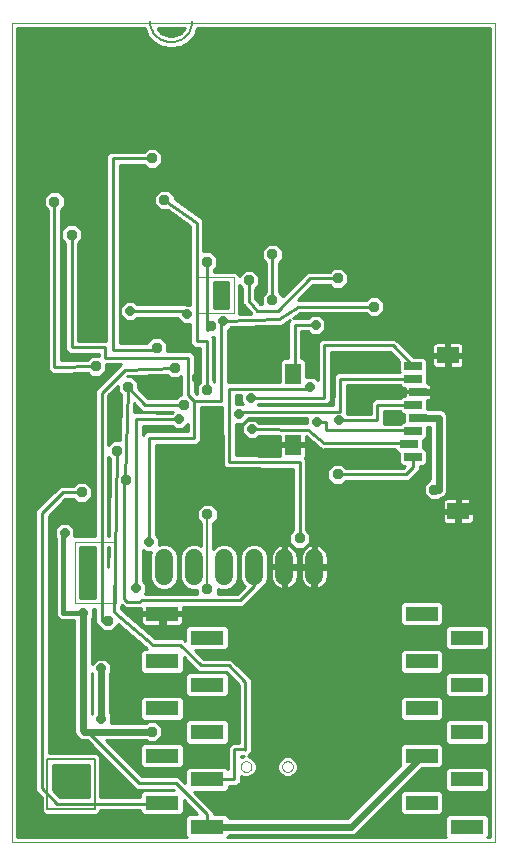
<source format=gbl>
G75*
G70*
%OFA0B0*%
%FSLAX24Y24*%
%IPPOS*%
%LPD*%
%AMOC8*
5,1,8,0,0,1.08239X$1,22.5*
%
%ADD10C,0.0000*%
%ADD11C,0.0020*%
%ADD12R,0.0748X0.0551*%
%ADD13R,0.0551X0.0709*%
%ADD14R,0.0591X0.0276*%
%ADD15C,0.0005*%
%ADD16C,0.0600*%
%ADD17R,0.1102X0.0500*%
%ADD18C,0.0050*%
%ADD19OC8,0.0317*%
%ADD20C,0.0100*%
%ADD21C,0.0240*%
%ADD22C,0.0160*%
%ADD23OC8,0.0356*%
%ADD24C,0.0059*%
D10*
X000702Y002192D02*
X000702Y029507D01*
X016812Y029507D01*
X016792Y002192D01*
X000702Y002192D01*
X008328Y004719D02*
X008330Y004745D01*
X008336Y004771D01*
X008346Y004796D01*
X008359Y004819D01*
X008375Y004839D01*
X008395Y004857D01*
X008417Y004872D01*
X008440Y004884D01*
X008466Y004892D01*
X008492Y004896D01*
X008518Y004896D01*
X008544Y004892D01*
X008570Y004884D01*
X008594Y004872D01*
X008615Y004857D01*
X008635Y004839D01*
X008651Y004819D01*
X008664Y004796D01*
X008674Y004771D01*
X008680Y004745D01*
X008682Y004719D01*
X008680Y004693D01*
X008674Y004667D01*
X008664Y004642D01*
X008651Y004619D01*
X008635Y004599D01*
X008615Y004581D01*
X008593Y004566D01*
X008570Y004554D01*
X008544Y004546D01*
X008518Y004542D01*
X008492Y004542D01*
X008466Y004546D01*
X008440Y004554D01*
X008416Y004566D01*
X008395Y004581D01*
X008375Y004599D01*
X008359Y004619D01*
X008346Y004642D01*
X008336Y004667D01*
X008330Y004693D01*
X008328Y004719D01*
X009706Y004719D02*
X009708Y004745D01*
X009714Y004771D01*
X009724Y004796D01*
X009737Y004819D01*
X009753Y004839D01*
X009773Y004857D01*
X009795Y004872D01*
X009818Y004884D01*
X009844Y004892D01*
X009870Y004896D01*
X009896Y004896D01*
X009922Y004892D01*
X009948Y004884D01*
X009972Y004872D01*
X009993Y004857D01*
X010013Y004839D01*
X010029Y004819D01*
X010042Y004796D01*
X010052Y004771D01*
X010058Y004745D01*
X010060Y004719D01*
X010058Y004693D01*
X010052Y004667D01*
X010042Y004642D01*
X010029Y004619D01*
X010013Y004599D01*
X009993Y004581D01*
X009971Y004566D01*
X009948Y004554D01*
X009922Y004546D01*
X009896Y004542D01*
X009870Y004542D01*
X009844Y004546D01*
X009818Y004554D01*
X009794Y004566D01*
X009773Y004581D01*
X009753Y004599D01*
X009737Y004619D01*
X009724Y004642D01*
X009714Y004667D01*
X009708Y004693D01*
X009706Y004719D01*
D11*
X004174Y010164D02*
X002796Y010164D01*
X002796Y012192D01*
X002796Y012212D02*
X004174Y012212D01*
X004174Y010164D01*
D12*
X015221Y018432D03*
X015576Y013235D03*
D13*
X010064Y015440D03*
X010064Y017802D03*
D14*
X013922Y015479D03*
X014080Y015046D03*
X014080Y015912D03*
X014237Y016345D03*
X014080Y016778D03*
X014237Y017212D03*
X014080Y017645D03*
X014080Y018078D03*
D15*
X008083Y019849D02*
X008083Y021030D01*
X006902Y021030D01*
X006902Y019849D01*
X008083Y019849D01*
D16*
X007769Y011677D02*
X007769Y011077D01*
X006769Y011077D02*
X006769Y011677D01*
X005769Y011677D02*
X005769Y011077D01*
X008769Y011077D02*
X008769Y011677D01*
X009769Y011677D02*
X009769Y011077D01*
X010769Y011077D02*
X010769Y011677D01*
D17*
X014360Y009810D03*
X014360Y008235D03*
X014360Y006660D03*
X014360Y005086D03*
X014360Y003511D03*
X015862Y004298D03*
X015862Y002723D03*
X015862Y005873D03*
X015862Y007448D03*
X015862Y009023D03*
X007201Y009023D03*
X007201Y007448D03*
X007201Y005873D03*
X007201Y004298D03*
X007201Y002723D03*
X005698Y003511D03*
X005698Y005086D03*
X005698Y006660D03*
X005698Y008235D03*
X005698Y009810D03*
D18*
X003454Y004973D02*
X001879Y004973D01*
X001879Y003300D01*
X003454Y003300D01*
X003454Y004973D01*
X005294Y029579D02*
X005296Y029527D01*
X005302Y029476D01*
X005311Y029425D01*
X005324Y029375D01*
X005341Y029326D01*
X005361Y029278D01*
X005385Y029232D01*
X005412Y029188D01*
X005442Y029146D01*
X005475Y029106D01*
X005511Y029069D01*
X005549Y029034D01*
X005590Y029002D01*
X005634Y028974D01*
X005679Y028948D01*
X005726Y028926D01*
X005774Y028908D01*
X005824Y028893D01*
X005874Y028882D01*
X005925Y028874D01*
X005977Y028870D01*
X006029Y028870D01*
X006081Y028874D01*
X006132Y028882D01*
X006182Y028893D01*
X006232Y028908D01*
X006280Y028926D01*
X006327Y028948D01*
X006372Y028974D01*
X006416Y029002D01*
X006457Y029034D01*
X006495Y029069D01*
X006531Y029106D01*
X006564Y029146D01*
X006594Y029188D01*
X006621Y029232D01*
X006645Y029278D01*
X006665Y029326D01*
X006682Y029375D01*
X006695Y029425D01*
X006704Y029476D01*
X006710Y029527D01*
X006712Y029579D01*
D19*
X006544Y019790D03*
X007749Y019578D03*
X008670Y017011D03*
X008276Y016479D03*
X008698Y015960D03*
X008631Y012345D03*
X010867Y016223D03*
X010643Y017381D03*
X011603Y016259D03*
X010816Y019452D03*
X006269Y016302D03*
X004635Y019904D03*
X002450Y012503D03*
X003060Y009845D03*
X003670Y007995D03*
X003670Y006322D03*
X004847Y010660D03*
X005265Y012208D03*
D20*
X005265Y015672D01*
X006780Y015672D01*
X006776Y016912D01*
X006564Y017090D01*
X006564Y018349D01*
X003812Y018349D01*
X003812Y018696D01*
X002706Y018696D01*
X002686Y018696D01*
X002686Y022444D01*
X002430Y022680D02*
X002335Y022680D01*
X002338Y022588D02*
X002338Y022300D01*
X002466Y022172D01*
X002466Y018605D01*
X002595Y018476D01*
X003592Y018476D01*
X003592Y018414D01*
X003345Y018414D01*
X003210Y018280D01*
X002335Y018259D01*
X002335Y023274D01*
X002463Y023402D01*
X002463Y023690D01*
X002259Y023894D01*
X001971Y023894D01*
X001767Y023690D01*
X001767Y023402D01*
X001895Y023274D01*
X001895Y018123D01*
X001893Y018120D01*
X001895Y018032D01*
X001895Y017943D01*
X001897Y017941D01*
X001897Y017938D01*
X001961Y017877D01*
X002024Y017814D01*
X002027Y017814D01*
X002029Y017812D01*
X002117Y017814D01*
X002206Y017814D01*
X002208Y017816D01*
X003223Y017840D01*
X003345Y017718D01*
X003633Y017718D01*
X003837Y017922D01*
X003837Y018129D01*
X004319Y018129D01*
X004299Y018108D01*
X003599Y017408D01*
X003599Y017408D01*
X003470Y017279D01*
X003470Y012391D01*
X002778Y012391D01*
X002778Y012639D01*
X002586Y012831D01*
X002314Y012831D01*
X002121Y012639D01*
X002121Y012367D01*
X002160Y012328D01*
X002160Y009796D01*
X002198Y009704D01*
X002269Y009633D01*
X002361Y009595D01*
X002770Y009595D01*
X002770Y005870D01*
X002814Y005764D01*
X002935Y005643D01*
X003042Y005599D01*
X003196Y005599D01*
X004839Y003956D01*
X006059Y003956D01*
X006085Y003931D01*
X005077Y003931D01*
X004977Y003831D01*
X004977Y003707D01*
X003649Y003707D01*
X003649Y005054D01*
X003534Y005168D01*
X001922Y005168D01*
X001922Y013081D01*
X002482Y013641D01*
X002748Y013641D01*
X002876Y013513D01*
X003165Y013513D01*
X003369Y013717D01*
X003369Y014005D01*
X003165Y014209D01*
X003470Y014209D01*
X003470Y014307D02*
X000872Y014307D01*
X000872Y014209D02*
X002876Y014209D01*
X002748Y014081D01*
X002299Y014081D01*
X002171Y013952D01*
X001482Y013263D01*
X001482Y003908D01*
X001610Y003779D01*
X001684Y003706D01*
X001684Y003219D01*
X001798Y003105D01*
X003534Y003105D01*
X003649Y003219D01*
X003649Y003267D01*
X004977Y003267D01*
X004977Y003190D01*
X005077Y003091D01*
X006320Y003091D01*
X006420Y003190D01*
X006420Y003596D01*
X006872Y003143D01*
X006579Y003143D01*
X006480Y003044D01*
X006480Y002403D01*
X006521Y002362D01*
X000872Y002362D01*
X000872Y029337D01*
X005130Y029337D01*
X005208Y029120D01*
X005413Y028876D01*
X005413Y028876D01*
X005413Y028876D01*
X005689Y028717D01*
X005689Y028717D01*
X006003Y028662D01*
X006317Y028717D01*
X006593Y028876D01*
X006798Y029120D01*
X006798Y029120D01*
X006877Y029337D01*
X016642Y029337D01*
X016622Y002362D01*
X016542Y002362D01*
X016583Y002403D01*
X016583Y003044D01*
X016484Y003143D01*
X015241Y003143D01*
X015141Y003044D01*
X015141Y002403D01*
X015182Y002362D01*
X007881Y002362D01*
X007922Y002403D01*
X007922Y002433D01*
X012055Y002433D01*
X012162Y002478D01*
X014350Y004666D01*
X014981Y004666D01*
X015081Y004765D01*
X015081Y005406D01*
X014981Y005506D01*
X013738Y005506D01*
X013639Y005406D01*
X013639Y004775D01*
X011878Y003013D01*
X007922Y003013D01*
X007922Y003044D01*
X007822Y003143D01*
X007421Y003143D01*
X007421Y003217D01*
X007292Y003346D01*
X006759Y003878D01*
X007822Y003878D01*
X007922Y003978D01*
X007922Y004074D01*
X008103Y004073D01*
X008183Y004065D01*
X008192Y004073D01*
X008204Y004073D01*
X008262Y004130D01*
X008324Y004181D01*
X008325Y004193D01*
X008334Y004201D01*
X008334Y004209D01*
X008335Y004210D01*
X008335Y004290D01*
X008343Y004370D01*
X008335Y004380D01*
X008335Y004414D01*
X008436Y004372D01*
X008574Y004372D01*
X008701Y004425D01*
X008799Y004523D01*
X008852Y004650D01*
X008852Y004788D01*
X008799Y004916D01*
X008701Y005014D01*
X008574Y005067D01*
X008573Y005067D01*
X008633Y005127D01*
X008697Y005191D01*
X008697Y005192D01*
X008697Y005283D01*
X008697Y005381D01*
X008697Y005382D01*
X008693Y007228D01*
X008693Y007633D01*
X008142Y008185D01*
X008013Y008313D01*
X007088Y008313D01*
X006799Y008603D01*
X007822Y008603D01*
X007922Y008702D01*
X007922Y009343D01*
X007822Y009443D01*
X006579Y009443D01*
X006480Y009343D01*
X006480Y008922D01*
X006399Y009002D01*
X005482Y009002D01*
X004325Y009967D01*
X004327Y010063D01*
X004354Y010090D01*
X004354Y010102D01*
X004453Y010003D01*
X004997Y010003D01*
X004997Y009860D01*
X005648Y009860D01*
X005648Y009760D01*
X004997Y009760D01*
X004997Y009540D01*
X005007Y009502D01*
X005027Y009468D01*
X005055Y009440D01*
X005089Y009420D01*
X005127Y009410D01*
X005648Y009410D01*
X005648Y009760D01*
X005748Y009760D01*
X005748Y009410D01*
X006269Y009410D01*
X006308Y009420D01*
X006342Y009440D01*
X006370Y009468D01*
X006389Y009502D01*
X006400Y009540D01*
X006400Y009760D01*
X005748Y009760D01*
X005748Y009860D01*
X006400Y009860D01*
X006400Y010043D01*
X008391Y010043D01*
X008860Y010511D01*
X008989Y010640D01*
X008989Y010659D01*
X009035Y010678D01*
X009167Y010811D01*
X009239Y010983D01*
X009239Y011770D01*
X009167Y011943D01*
X009035Y012075D01*
X008862Y012147D01*
X008675Y012147D01*
X008502Y012075D01*
X008370Y011943D01*
X008299Y011770D01*
X008299Y010983D01*
X008370Y010811D01*
X008453Y010727D01*
X008209Y010483D01*
X007556Y010483D01*
X007561Y010489D01*
X007561Y010654D01*
X007675Y010607D01*
X007862Y010607D01*
X008035Y010678D01*
X008167Y010811D01*
X008239Y010983D01*
X008239Y011770D01*
X008167Y011943D01*
X008035Y012075D01*
X007862Y012147D01*
X007675Y012147D01*
X007502Y012075D01*
X007413Y011986D01*
X007413Y012840D01*
X007561Y012989D01*
X007561Y013277D01*
X007358Y013481D01*
X007069Y013481D01*
X006865Y013277D01*
X006865Y012989D01*
X007014Y012840D01*
X007014Y012084D01*
X006862Y012147D01*
X006675Y012147D01*
X006502Y012075D01*
X006370Y011943D01*
X006299Y011770D01*
X006299Y010983D01*
X006370Y010811D01*
X006502Y010678D01*
X006675Y010607D01*
X006862Y010607D01*
X006865Y010608D01*
X006865Y010489D01*
X006871Y010483D01*
X005134Y010483D01*
X005176Y010524D01*
X005176Y010796D01*
X005067Y010905D01*
X005067Y011940D01*
X005129Y011879D01*
X005344Y011879D01*
X005299Y011770D01*
X005299Y010983D01*
X005370Y010811D01*
X005502Y010678D01*
X005675Y010607D01*
X005862Y010607D01*
X006035Y010678D01*
X006167Y010811D01*
X006239Y010983D01*
X006239Y011770D01*
X006167Y011943D01*
X006035Y012075D01*
X005862Y012147D01*
X005675Y012147D01*
X005593Y012113D01*
X005593Y012344D01*
X005485Y012452D01*
X005485Y015452D01*
X006690Y015452D01*
X006781Y015452D01*
X006871Y015452D01*
X006872Y015452D01*
X006936Y015517D01*
X007000Y015581D01*
X007000Y015581D01*
X007001Y015582D01*
X007000Y015672D01*
X007000Y015763D01*
X007000Y015764D01*
X006997Y016693D01*
X007671Y016696D01*
X007712Y016696D01*
X007718Y014877D01*
X007717Y014787D01*
X007718Y014786D01*
X007718Y014785D01*
X007782Y014722D01*
X007846Y014657D01*
X007847Y014657D01*
X007847Y014657D01*
X007938Y014657D01*
X010064Y014646D01*
X010064Y012598D01*
X009936Y012470D01*
X009936Y012182D01*
X010140Y011978D01*
X010428Y011978D01*
X010632Y012182D01*
X010632Y012470D01*
X010504Y012598D01*
X010504Y014864D01*
X010505Y014955D01*
X010504Y014956D01*
X010462Y014998D01*
X010479Y015028D01*
X010489Y015066D01*
X010489Y015390D01*
X010114Y015390D01*
X010114Y015490D01*
X010489Y015490D01*
X010489Y015736D01*
X010499Y015736D01*
X010962Y015348D01*
X011020Y015291D01*
X011031Y015291D01*
X011040Y015284D01*
X011121Y015291D01*
X013457Y015291D01*
X013457Y015271D01*
X013556Y015171D01*
X013614Y015171D01*
X013614Y014838D01*
X013714Y014738D01*
X013795Y014738D01*
X013736Y014680D01*
X011828Y014680D01*
X011700Y014808D01*
X011412Y014808D01*
X011208Y014604D01*
X011208Y014315D01*
X011412Y014111D01*
X011700Y014111D01*
X011828Y014240D01*
X013919Y014240D01*
X014300Y014620D01*
X014300Y014738D01*
X014445Y014738D01*
X014545Y014838D01*
X014545Y015254D01*
X014445Y015354D01*
X014387Y015354D01*
X014387Y015605D01*
X014445Y015605D01*
X014545Y015704D01*
X014545Y016038D01*
X014603Y016038D01*
X014620Y016055D01*
X014632Y016055D01*
X014632Y014296D01*
X014628Y014296D01*
X014424Y014092D01*
X014424Y013804D01*
X014628Y013600D01*
X014917Y013600D01*
X014975Y013658D01*
X014980Y013658D01*
X015086Y013702D01*
X015168Y013783D01*
X015212Y013890D01*
X015212Y016403D01*
X015168Y016510D01*
X015086Y016591D01*
X014980Y016635D01*
X014620Y016635D01*
X014603Y016653D01*
X014545Y016653D01*
X014545Y016924D01*
X014552Y016924D01*
X014590Y016934D01*
X014624Y016954D01*
X014652Y016982D01*
X014672Y017016D01*
X014682Y017054D01*
X014682Y017193D01*
X014256Y017193D01*
X014256Y017230D01*
X014682Y017230D01*
X014682Y017369D01*
X014672Y017407D01*
X014652Y017441D01*
X014624Y017469D01*
X014590Y017489D01*
X014552Y017499D01*
X014545Y017499D01*
X014545Y017853D01*
X014536Y017861D01*
X014545Y017869D01*
X014545Y018286D01*
X014445Y018385D01*
X014083Y018385D01*
X013482Y018987D01*
X011024Y018987D01*
X010895Y018858D01*
X010895Y017593D01*
X010779Y017709D01*
X010509Y017709D01*
X010509Y018227D01*
X010410Y018326D01*
X010347Y018326D01*
X010347Y019232D01*
X010571Y019232D01*
X010680Y019123D01*
X010952Y019123D01*
X011144Y019316D01*
X011144Y019588D01*
X010952Y019780D01*
X010680Y019780D01*
X010571Y019672D01*
X010065Y019672D01*
X010299Y019826D01*
X012488Y019826D01*
X012620Y019694D01*
X012909Y019694D01*
X013113Y019898D01*
X013113Y020186D01*
X012909Y020390D01*
X012620Y020390D01*
X012496Y020266D01*
X010255Y020266D01*
X010220Y020273D01*
X010730Y020783D01*
X011284Y020783D01*
X011412Y020655D01*
X011700Y020655D01*
X011904Y020859D01*
X011904Y021147D01*
X011700Y021351D01*
X011412Y021351D01*
X011284Y021223D01*
X010547Y021223D01*
X009727Y020402D01*
X009727Y020423D01*
X009599Y020551D01*
X009599Y021522D01*
X009727Y021650D01*
X009727Y021938D01*
X009523Y022142D01*
X009235Y022142D01*
X009031Y021938D01*
X009031Y021650D01*
X009159Y021522D01*
X009159Y020551D01*
X009031Y020423D01*
X009031Y020140D01*
X008975Y020140D01*
X008815Y020325D01*
X008815Y020652D01*
X008947Y020784D01*
X008947Y021072D01*
X008743Y021276D01*
X008455Y021276D01*
X008256Y021077D01*
X008256Y021102D01*
X008155Y021203D01*
X007418Y021203D01*
X007418Y021273D01*
X007546Y021401D01*
X007546Y021690D01*
X007342Y021894D01*
X007079Y021894D01*
X007079Y022767D01*
X007091Y022785D01*
X007079Y022856D01*
X007079Y022929D01*
X007064Y022944D01*
X007061Y022964D01*
X007001Y023006D01*
X006950Y023058D01*
X006929Y023058D01*
X006124Y023628D01*
X006124Y023749D01*
X005921Y023953D01*
X005632Y023953D01*
X005428Y023749D01*
X005428Y023461D01*
X005632Y023257D01*
X005887Y023257D01*
X006639Y022724D01*
X006639Y020119D01*
X006503Y020119D01*
X006497Y020124D01*
X006486Y020124D01*
X006476Y020132D01*
X006396Y020124D01*
X004879Y020124D01*
X004771Y020233D01*
X004499Y020233D01*
X004306Y020040D01*
X004306Y019768D01*
X004499Y019576D01*
X004771Y019576D01*
X004879Y019684D01*
X006216Y019684D01*
X006216Y019654D01*
X006408Y019462D01*
X006639Y019462D01*
X006639Y018809D01*
X006768Y018681D01*
X006974Y018681D01*
X006974Y017708D01*
X006971Y017704D01*
X006974Y017617D01*
X006974Y017539D01*
X006857Y017423D01*
X006857Y017134D01*
X006859Y017133D01*
X006856Y017133D01*
X006784Y017193D01*
X006784Y018440D01*
X006655Y018569D01*
X005869Y018569D01*
X005869Y018828D01*
X005665Y019032D01*
X005376Y019032D01*
X005172Y018828D01*
X005172Y018825D01*
X004284Y018825D01*
X004284Y024783D01*
X005091Y024783D01*
X005219Y024655D01*
X005507Y024655D01*
X005711Y024859D01*
X005711Y025147D01*
X005507Y025351D01*
X005219Y025351D01*
X005091Y025223D01*
X003973Y025223D01*
X003844Y025094D01*
X003844Y018916D01*
X002906Y018916D01*
X002906Y022172D01*
X003034Y022300D01*
X003034Y022588D01*
X002830Y022792D01*
X002542Y022792D01*
X002338Y022588D01*
X002335Y022581D02*
X002338Y022581D01*
X002335Y022483D02*
X002338Y022483D01*
X002335Y022384D02*
X002338Y022384D01*
X002335Y022286D02*
X002351Y022286D01*
X002335Y022187D02*
X002450Y022187D01*
X002466Y022089D02*
X002335Y022089D01*
X002335Y021990D02*
X002466Y021990D01*
X002466Y021892D02*
X002335Y021892D01*
X002335Y021793D02*
X002466Y021793D01*
X002466Y021695D02*
X002335Y021695D01*
X002335Y021596D02*
X002466Y021596D01*
X002466Y021498D02*
X002335Y021498D01*
X002335Y021399D02*
X002466Y021399D01*
X002466Y021301D02*
X002335Y021301D01*
X002335Y021202D02*
X002466Y021202D01*
X002466Y021104D02*
X002335Y021104D01*
X002335Y021005D02*
X002466Y021005D01*
X002466Y020907D02*
X002335Y020907D01*
X002335Y020808D02*
X002466Y020808D01*
X002466Y020710D02*
X002335Y020710D01*
X002335Y020611D02*
X002466Y020611D01*
X002466Y020513D02*
X002335Y020513D01*
X002335Y020414D02*
X002466Y020414D01*
X002466Y020316D02*
X002335Y020316D01*
X002335Y020217D02*
X002466Y020217D01*
X002466Y020119D02*
X002335Y020119D01*
X002335Y020020D02*
X002466Y020020D01*
X002466Y019922D02*
X002335Y019922D01*
X002335Y019823D02*
X002466Y019823D01*
X002466Y019725D02*
X002335Y019725D01*
X002335Y019626D02*
X002466Y019626D01*
X002466Y019528D02*
X002335Y019528D01*
X002335Y019429D02*
X002466Y019429D01*
X002466Y019331D02*
X002335Y019331D01*
X002335Y019232D02*
X002466Y019232D01*
X002466Y019134D02*
X002335Y019134D01*
X002335Y019035D02*
X002466Y019035D01*
X002466Y018937D02*
X002335Y018937D01*
X002335Y018838D02*
X002466Y018838D01*
X002466Y018740D02*
X002335Y018740D01*
X002335Y018641D02*
X002466Y018641D01*
X002528Y018543D02*
X002335Y018543D01*
X002335Y018444D02*
X003592Y018444D01*
X003277Y018346D02*
X002335Y018346D01*
X002115Y018034D02*
X002115Y023546D01*
X001840Y023763D02*
X000872Y023763D01*
X000872Y023665D02*
X001767Y023665D01*
X001767Y023566D02*
X000872Y023566D01*
X000872Y023468D02*
X001767Y023468D01*
X001799Y023369D02*
X000872Y023369D01*
X000872Y023271D02*
X001895Y023271D01*
X001895Y023172D02*
X000872Y023172D01*
X000872Y023074D02*
X001895Y023074D01*
X001895Y022975D02*
X000872Y022975D01*
X000872Y022877D02*
X001895Y022877D01*
X001895Y022778D02*
X000872Y022778D01*
X000872Y022680D02*
X001895Y022680D01*
X001895Y022581D02*
X000872Y022581D01*
X000872Y022483D02*
X001895Y022483D01*
X001895Y022384D02*
X000872Y022384D01*
X000872Y022286D02*
X001895Y022286D01*
X001895Y022187D02*
X000872Y022187D01*
X000872Y022089D02*
X001895Y022089D01*
X001895Y021990D02*
X000872Y021990D01*
X000872Y021892D02*
X001895Y021892D01*
X001895Y021793D02*
X000872Y021793D01*
X000872Y021695D02*
X001895Y021695D01*
X001895Y021596D02*
X000872Y021596D01*
X000872Y021498D02*
X001895Y021498D01*
X001895Y021399D02*
X000872Y021399D01*
X000872Y021301D02*
X001895Y021301D01*
X001895Y021202D02*
X000872Y021202D01*
X000872Y021104D02*
X001895Y021104D01*
X001895Y021005D02*
X000872Y021005D01*
X000872Y020907D02*
X001895Y020907D01*
X001895Y020808D02*
X000872Y020808D01*
X000872Y020710D02*
X001895Y020710D01*
X001895Y020611D02*
X000872Y020611D01*
X000872Y020513D02*
X001895Y020513D01*
X001895Y020414D02*
X000872Y020414D01*
X000872Y020316D02*
X001895Y020316D01*
X001895Y020217D02*
X000872Y020217D01*
X000872Y020119D02*
X001895Y020119D01*
X001895Y020020D02*
X000872Y020020D01*
X000872Y019922D02*
X001895Y019922D01*
X001895Y019823D02*
X000872Y019823D01*
X000872Y019725D02*
X001895Y019725D01*
X001895Y019626D02*
X000872Y019626D01*
X000872Y019528D02*
X001895Y019528D01*
X001895Y019429D02*
X000872Y019429D01*
X000872Y019331D02*
X001895Y019331D01*
X001895Y019232D02*
X000872Y019232D01*
X000872Y019134D02*
X001895Y019134D01*
X001895Y019035D02*
X000872Y019035D01*
X000872Y018937D02*
X001895Y018937D01*
X001895Y018838D02*
X000872Y018838D01*
X000872Y018740D02*
X001895Y018740D01*
X001895Y018641D02*
X000872Y018641D01*
X000872Y018543D02*
X001895Y018543D01*
X001895Y018444D02*
X000872Y018444D01*
X000872Y018346D02*
X001895Y018346D01*
X001895Y018247D02*
X000872Y018247D01*
X000872Y018149D02*
X001895Y018149D01*
X001895Y018050D02*
X000872Y018050D01*
X000872Y017952D02*
X001895Y017952D01*
X001985Y017853D02*
X000872Y017853D01*
X000872Y017755D02*
X003308Y017755D01*
X003261Y017621D02*
X003044Y017629D01*
X003020Y015278D01*
X001536Y013794D01*
X001536Y013767D01*
X001738Y013519D02*
X000872Y013519D01*
X000872Y013421D02*
X001639Y013421D01*
X001541Y013322D02*
X000872Y013322D01*
X000872Y013224D02*
X001482Y013224D01*
X001482Y013125D02*
X000872Y013125D01*
X000872Y013027D02*
X001482Y013027D01*
X001482Y012928D02*
X000872Y012928D01*
X000872Y012830D02*
X001482Y012830D01*
X001482Y012731D02*
X000872Y012731D01*
X000872Y012633D02*
X001482Y012633D01*
X001482Y012534D02*
X000872Y012534D01*
X000872Y012436D02*
X001482Y012436D01*
X001482Y012337D02*
X000872Y012337D01*
X000872Y012239D02*
X001482Y012239D01*
X001482Y012140D02*
X000872Y012140D01*
X000872Y012042D02*
X001482Y012042D01*
X001482Y011943D02*
X000872Y011943D01*
X000872Y011845D02*
X001482Y011845D01*
X001482Y011746D02*
X000872Y011746D01*
X000872Y011648D02*
X001482Y011648D01*
X001482Y011549D02*
X000872Y011549D01*
X000872Y011451D02*
X001482Y011451D01*
X001482Y011352D02*
X000872Y011352D01*
X000872Y011254D02*
X001482Y011254D01*
X001482Y011155D02*
X000872Y011155D01*
X000872Y011057D02*
X001482Y011057D01*
X001482Y010958D02*
X000872Y010958D01*
X000872Y010860D02*
X001482Y010860D01*
X001482Y010761D02*
X000872Y010761D01*
X000872Y010663D02*
X001482Y010663D01*
X001482Y010564D02*
X000872Y010564D01*
X000872Y010466D02*
X001482Y010466D01*
X001482Y010367D02*
X000872Y010367D01*
X000872Y010269D02*
X001482Y010269D01*
X001482Y010170D02*
X000872Y010170D01*
X000872Y010072D02*
X001482Y010072D01*
X001482Y009973D02*
X000872Y009973D01*
X000872Y009875D02*
X001482Y009875D01*
X001482Y009776D02*
X000872Y009776D01*
X000872Y009678D02*
X001482Y009678D01*
X001482Y009579D02*
X000872Y009579D01*
X000872Y009481D02*
X001482Y009481D01*
X001482Y009382D02*
X000872Y009382D01*
X000872Y009284D02*
X001482Y009284D01*
X001482Y009185D02*
X000872Y009185D01*
X000872Y009087D02*
X001482Y009087D01*
X001482Y008988D02*
X000872Y008988D01*
X000872Y008890D02*
X001482Y008890D01*
X001482Y008791D02*
X000872Y008791D01*
X000872Y008693D02*
X001482Y008693D01*
X001482Y008594D02*
X000872Y008594D01*
X000872Y008496D02*
X001482Y008496D01*
X001482Y008397D02*
X000872Y008397D01*
X000872Y008299D02*
X001482Y008299D01*
X001482Y008200D02*
X000872Y008200D01*
X000872Y008102D02*
X001482Y008102D01*
X001482Y008003D02*
X000872Y008003D01*
X000872Y007905D02*
X001482Y007905D01*
X001482Y007806D02*
X000872Y007806D01*
X000872Y007708D02*
X001482Y007708D01*
X001482Y007609D02*
X000872Y007609D01*
X000872Y007511D02*
X001482Y007511D01*
X001482Y007412D02*
X000872Y007412D01*
X000872Y007314D02*
X001482Y007314D01*
X001482Y007215D02*
X000872Y007215D01*
X000872Y007117D02*
X001482Y007117D01*
X001482Y007018D02*
X000872Y007018D01*
X000872Y006920D02*
X001482Y006920D01*
X001482Y006821D02*
X000872Y006821D01*
X000872Y006723D02*
X001482Y006723D01*
X001482Y006624D02*
X000872Y006624D01*
X000872Y006526D02*
X001482Y006526D01*
X001482Y006427D02*
X000872Y006427D01*
X000872Y006329D02*
X001482Y006329D01*
X001482Y006230D02*
X000872Y006230D01*
X000872Y006132D02*
X001482Y006132D01*
X001482Y006033D02*
X000872Y006033D01*
X000872Y005935D02*
X001482Y005935D01*
X001482Y005836D02*
X000872Y005836D01*
X000872Y005738D02*
X001482Y005738D01*
X001482Y005639D02*
X000872Y005639D01*
X000872Y005541D02*
X001482Y005541D01*
X001482Y005442D02*
X000872Y005442D01*
X000872Y005344D02*
X001482Y005344D01*
X001482Y005245D02*
X000872Y005245D01*
X000872Y005147D02*
X001482Y005147D01*
X001482Y005048D02*
X000872Y005048D01*
X000872Y004950D02*
X001482Y004950D01*
X001482Y004851D02*
X000872Y004851D01*
X000872Y004753D02*
X001482Y004753D01*
X001482Y004654D02*
X000872Y004654D01*
X000872Y004556D02*
X001482Y004556D01*
X001482Y004457D02*
X000872Y004457D01*
X000872Y004359D02*
X001482Y004359D01*
X001482Y004260D02*
X000872Y004260D01*
X000872Y004162D02*
X001482Y004162D01*
X001482Y004063D02*
X000872Y004063D01*
X000872Y003965D02*
X001482Y003965D01*
X001523Y003866D02*
X000872Y003866D01*
X000872Y003768D02*
X001622Y003768D01*
X001684Y003669D02*
X000872Y003669D01*
X000872Y003571D02*
X001684Y003571D01*
X001684Y003472D02*
X000872Y003472D01*
X000872Y003374D02*
X001684Y003374D01*
X001684Y003275D02*
X000872Y003275D01*
X000872Y003177D02*
X001726Y003177D01*
X002213Y003487D02*
X001702Y003999D01*
X001702Y013172D01*
X002391Y013861D01*
X003020Y013861D01*
X002771Y013618D02*
X002458Y013618D01*
X002360Y013519D02*
X002870Y013519D01*
X002777Y014110D02*
X000872Y014110D01*
X000872Y014012D02*
X002230Y014012D01*
X002132Y013913D02*
X000872Y013913D01*
X000872Y013815D02*
X002033Y013815D01*
X001935Y013716D02*
X000872Y013716D01*
X000872Y013618D02*
X001836Y013618D01*
X002163Y013322D02*
X003470Y013322D01*
X003470Y013224D02*
X002064Y013224D01*
X001966Y013125D02*
X003470Y013125D01*
X003470Y013027D02*
X001922Y013027D01*
X001922Y012928D02*
X003470Y012928D01*
X003470Y012830D02*
X002587Y012830D01*
X002686Y012731D02*
X003470Y012731D01*
X003470Y012633D02*
X002778Y012633D01*
X002778Y012534D02*
X003470Y012534D01*
X003470Y012436D02*
X002778Y012436D01*
X002976Y012032D02*
X002976Y010344D01*
X003470Y010344D01*
X003470Y012032D01*
X002976Y012032D01*
X002976Y011943D02*
X003470Y011943D01*
X003470Y011845D02*
X002976Y011845D01*
X002976Y011746D02*
X003470Y011746D01*
X003470Y011648D02*
X002976Y011648D01*
X002976Y011549D02*
X003470Y011549D01*
X003470Y011451D02*
X002976Y011451D01*
X002976Y011352D02*
X003470Y011352D01*
X003470Y011254D02*
X002976Y011254D01*
X002976Y011155D02*
X003470Y011155D01*
X003470Y011057D02*
X002976Y011057D01*
X002976Y010958D02*
X003470Y010958D01*
X003470Y010860D02*
X002976Y010860D01*
X002976Y010761D02*
X003470Y010761D01*
X003470Y010663D02*
X002976Y010663D01*
X002976Y010564D02*
X003470Y010564D01*
X003470Y010466D02*
X002976Y010466D01*
X002976Y010367D02*
X003470Y010367D01*
X003470Y009984D02*
X003385Y009984D01*
X003388Y009981D01*
X003388Y009709D01*
X003350Y009671D01*
X003350Y008139D01*
X003534Y008323D01*
X003806Y008323D01*
X003999Y008131D01*
X003999Y007859D01*
X003960Y007821D01*
X003960Y006496D01*
X003999Y006458D01*
X003999Y006186D01*
X003991Y006179D01*
X005161Y006179D01*
X005219Y006237D01*
X005507Y006237D01*
X005711Y006033D01*
X005711Y005745D01*
X005507Y005541D01*
X005219Y005541D01*
X005161Y005599D01*
X003818Y005599D01*
X005021Y004396D01*
X006242Y004396D01*
X006370Y004267D01*
X006370Y004267D01*
X006480Y004158D01*
X006480Y004619D01*
X006579Y004718D01*
X007822Y004718D01*
X007895Y004646D01*
X007895Y005381D01*
X008024Y005510D01*
X008257Y005510D01*
X008253Y007136D01*
X008253Y007136D01*
X008253Y007227D01*
X008253Y007318D01*
X008253Y007318D01*
X008253Y007451D01*
X007831Y007873D01*
X006906Y007873D01*
X006420Y008360D01*
X006420Y007915D01*
X006320Y007815D01*
X005077Y007815D01*
X004977Y007915D01*
X004977Y008556D01*
X005077Y008655D01*
X005211Y008655D01*
X004235Y009469D01*
X004235Y009437D01*
X004031Y009234D01*
X003742Y009234D01*
X003614Y009362D01*
X003599Y009362D01*
X003470Y009490D01*
X003470Y009984D01*
X003470Y009973D02*
X003388Y009973D01*
X003388Y009875D02*
X003470Y009875D01*
X003470Y009776D02*
X003388Y009776D01*
X003357Y009678D02*
X003470Y009678D01*
X003470Y009579D02*
X003350Y009579D01*
X003350Y009481D02*
X003479Y009481D01*
X003578Y009382D02*
X003350Y009382D01*
X003350Y009284D02*
X003692Y009284D01*
X003690Y009582D02*
X003690Y017188D01*
X004457Y017956D01*
X006119Y018019D01*
X005857Y017789D02*
X005975Y017671D01*
X006263Y017671D01*
X006344Y017751D01*
X006344Y017169D01*
X006336Y017160D01*
X006340Y017119D01*
X006278Y017119D01*
X006150Y016991D01*
X005227Y016991D01*
X004912Y017329D01*
X004912Y017525D01*
X004708Y017729D01*
X004542Y017729D01*
X004552Y017739D01*
X005857Y017789D01*
X005890Y017755D02*
X004970Y017755D01*
X004781Y017656D02*
X006344Y017656D01*
X006344Y017558D02*
X004879Y017558D01*
X004912Y017459D02*
X006344Y017459D01*
X006344Y017361D02*
X004912Y017361D01*
X004974Y017262D02*
X006344Y017262D01*
X006339Y017164D02*
X005066Y017164D01*
X005157Y017065D02*
X006225Y017065D01*
X006422Y016771D02*
X005131Y016771D01*
X004564Y017381D01*
X004556Y017341D01*
X004470Y014300D01*
X004446Y014276D01*
X004446Y010322D01*
X004544Y010223D01*
X004957Y010223D01*
X004997Y010263D01*
X008300Y010263D01*
X008769Y010731D01*
X008769Y011377D01*
X009239Y011352D02*
X009718Y011352D01*
X009718Y011327D02*
X009319Y011327D01*
X009319Y011041D01*
X009330Y010972D01*
X009351Y010904D01*
X009384Y010841D01*
X009425Y010784D01*
X009475Y010734D01*
X009533Y010692D01*
X009596Y010660D01*
X009663Y010638D01*
X009719Y010629D01*
X009719Y011327D01*
X009819Y011327D01*
X009819Y011427D01*
X010219Y011427D01*
X010219Y011712D01*
X010207Y011782D01*
X010186Y011850D01*
X010153Y011913D01*
X010112Y011970D01*
X010062Y012020D01*
X010004Y012062D01*
X009941Y012094D01*
X009874Y012116D01*
X009819Y012125D01*
X009819Y011427D01*
X009719Y011427D01*
X009719Y012125D01*
X009663Y012116D01*
X009596Y012094D01*
X009533Y012062D01*
X009475Y012020D01*
X009425Y011970D01*
X009384Y011913D01*
X009351Y011850D01*
X009330Y011782D01*
X009319Y011712D01*
X009319Y011427D01*
X009718Y011427D01*
X009718Y011327D01*
X009769Y011377D02*
X009769Y009810D01*
X005698Y009810D01*
X005648Y009776D02*
X004553Y009776D01*
X004671Y009678D02*
X004997Y009678D01*
X004997Y009579D02*
X004790Y009579D01*
X004908Y009481D02*
X005020Y009481D01*
X005026Y009382D02*
X006519Y009382D01*
X006480Y009284D02*
X005144Y009284D01*
X005262Y009185D02*
X006480Y009185D01*
X006480Y009087D02*
X005381Y009087D01*
X005402Y008782D02*
X004103Y009865D01*
X004198Y015251D01*
X003910Y015455D02*
X004053Y015599D01*
X004286Y015599D01*
X004330Y017123D01*
X004216Y017237D01*
X004216Y017403D01*
X003910Y017097D01*
X003910Y015455D01*
X003910Y015489D02*
X003944Y015489D01*
X003910Y015588D02*
X004042Y015588D01*
X003910Y015686D02*
X004289Y015686D01*
X004292Y015785D02*
X003910Y015785D01*
X003910Y015883D02*
X004295Y015883D01*
X004297Y015982D02*
X003910Y015982D01*
X003910Y016080D02*
X004300Y016080D01*
X004303Y016179D02*
X003910Y016179D01*
X003910Y016277D02*
X004306Y016277D01*
X004308Y016376D02*
X003910Y016376D01*
X003910Y016474D02*
X004311Y016474D01*
X004314Y016573D02*
X003910Y016573D01*
X003910Y016671D02*
X004317Y016671D01*
X004320Y016770D02*
X003910Y016770D01*
X003910Y016868D02*
X004322Y016868D01*
X004325Y016967D02*
X003910Y016967D01*
X003910Y017065D02*
X004328Y017065D01*
X004288Y017164D02*
X003977Y017164D01*
X004075Y017262D02*
X004216Y017262D01*
X004216Y017361D02*
X004174Y017361D01*
X004044Y017853D02*
X003769Y017853D01*
X003837Y017952D02*
X004143Y017952D01*
X004241Y018050D02*
X003837Y018050D01*
X003946Y017755D02*
X003670Y017755D01*
X003847Y017656D02*
X000872Y017656D01*
X000872Y017558D02*
X003749Y017558D01*
X003650Y017459D02*
X000872Y017459D01*
X000872Y017361D02*
X003552Y017361D01*
X003470Y017262D02*
X000872Y017262D01*
X000872Y017164D02*
X003470Y017164D01*
X003470Y017065D02*
X000872Y017065D01*
X000872Y016967D02*
X003470Y016967D01*
X003470Y016868D02*
X000872Y016868D01*
X000872Y016770D02*
X003470Y016770D01*
X003470Y016671D02*
X000872Y016671D01*
X000872Y016573D02*
X003470Y016573D01*
X003470Y016474D02*
X000872Y016474D01*
X000872Y016376D02*
X003470Y016376D01*
X003470Y016277D02*
X000872Y016277D01*
X000872Y016179D02*
X003470Y016179D01*
X003470Y016080D02*
X000872Y016080D01*
X000872Y015982D02*
X003470Y015982D01*
X003470Y015883D02*
X000872Y015883D01*
X000872Y015785D02*
X003470Y015785D01*
X003470Y015686D02*
X000872Y015686D01*
X000872Y015588D02*
X003470Y015588D01*
X003470Y015489D02*
X000872Y015489D01*
X000872Y015391D02*
X003470Y015391D01*
X003470Y015292D02*
X000872Y015292D01*
X000872Y015194D02*
X003470Y015194D01*
X003470Y015095D02*
X000872Y015095D01*
X000872Y014997D02*
X003470Y014997D01*
X003470Y014898D02*
X000872Y014898D01*
X000872Y014800D02*
X003470Y014800D01*
X003470Y014701D02*
X000872Y014701D01*
X000872Y014603D02*
X003470Y014603D01*
X003470Y014504D02*
X000872Y014504D01*
X000872Y014406D02*
X003470Y014406D01*
X003470Y014110D02*
X003264Y014110D01*
X003362Y014012D02*
X003470Y014012D01*
X003470Y013913D02*
X003369Y013913D01*
X003369Y013815D02*
X003470Y013815D01*
X003470Y013716D02*
X003368Y013716D01*
X003270Y013618D02*
X003470Y013618D01*
X003470Y013519D02*
X003171Y013519D01*
X003470Y013421D02*
X002261Y013421D01*
X002312Y012830D02*
X001922Y012830D01*
X001922Y012731D02*
X002214Y012731D01*
X002121Y012633D02*
X001922Y012633D01*
X001922Y012534D02*
X002121Y012534D01*
X002121Y012436D02*
X001922Y012436D01*
X001922Y012337D02*
X002151Y012337D01*
X002160Y012239D02*
X001922Y012239D01*
X001922Y012140D02*
X002160Y012140D01*
X002160Y012042D02*
X001922Y012042D01*
X001922Y011943D02*
X002160Y011943D01*
X002160Y011845D02*
X001922Y011845D01*
X001922Y011746D02*
X002160Y011746D01*
X002160Y011648D02*
X001922Y011648D01*
X001922Y011549D02*
X002160Y011549D01*
X002160Y011451D02*
X001922Y011451D01*
X001922Y011352D02*
X002160Y011352D01*
X002160Y011254D02*
X001922Y011254D01*
X001922Y011155D02*
X002160Y011155D01*
X002160Y011057D02*
X001922Y011057D01*
X001922Y010958D02*
X002160Y010958D01*
X002160Y010860D02*
X001922Y010860D01*
X001922Y010761D02*
X002160Y010761D01*
X002160Y010663D02*
X001922Y010663D01*
X001922Y010564D02*
X002160Y010564D01*
X002160Y010466D02*
X001922Y010466D01*
X001922Y010367D02*
X002160Y010367D01*
X002160Y010269D02*
X001922Y010269D01*
X001922Y010170D02*
X002160Y010170D01*
X002160Y010072D02*
X001922Y010072D01*
X001922Y009973D02*
X002160Y009973D01*
X002160Y009875D02*
X001922Y009875D01*
X001922Y009776D02*
X002168Y009776D01*
X002224Y009678D02*
X001922Y009678D01*
X001922Y009579D02*
X002770Y009579D01*
X002770Y009481D02*
X001922Y009481D01*
X001922Y009382D02*
X002770Y009382D01*
X002770Y009284D02*
X001922Y009284D01*
X001922Y009185D02*
X002770Y009185D01*
X002770Y009087D02*
X001922Y009087D01*
X001922Y008988D02*
X002770Y008988D01*
X002770Y008890D02*
X001922Y008890D01*
X001922Y008791D02*
X002770Y008791D01*
X002770Y008693D02*
X001922Y008693D01*
X001922Y008594D02*
X002770Y008594D01*
X002770Y008496D02*
X001922Y008496D01*
X001922Y008397D02*
X002770Y008397D01*
X002770Y008299D02*
X001922Y008299D01*
X001922Y008200D02*
X002770Y008200D01*
X002770Y008102D02*
X001922Y008102D01*
X001922Y008003D02*
X002770Y008003D01*
X002770Y007905D02*
X001922Y007905D01*
X001922Y007806D02*
X002770Y007806D01*
X002770Y007708D02*
X001922Y007708D01*
X001922Y007609D02*
X002770Y007609D01*
X002770Y007511D02*
X001922Y007511D01*
X001922Y007412D02*
X002770Y007412D01*
X002770Y007314D02*
X001922Y007314D01*
X001922Y007215D02*
X002770Y007215D01*
X002770Y007117D02*
X001922Y007117D01*
X001922Y007018D02*
X002770Y007018D01*
X002770Y006920D02*
X001922Y006920D01*
X001922Y006821D02*
X002770Y006821D01*
X002770Y006723D02*
X001922Y006723D01*
X001922Y006624D02*
X002770Y006624D01*
X002770Y006526D02*
X001922Y006526D01*
X001922Y006427D02*
X002770Y006427D01*
X002770Y006329D02*
X001922Y006329D01*
X001922Y006230D02*
X002770Y006230D01*
X002770Y006132D02*
X001922Y006132D01*
X001922Y006033D02*
X002770Y006033D01*
X002770Y005935D02*
X001922Y005935D01*
X001922Y005836D02*
X002784Y005836D01*
X002840Y005738D02*
X001922Y005738D01*
X001922Y005639D02*
X002943Y005639D01*
X003254Y005541D02*
X001922Y005541D01*
X001922Y005442D02*
X003353Y005442D01*
X003451Y005344D02*
X001922Y005344D01*
X001922Y005245D02*
X003550Y005245D01*
X003556Y005147D02*
X003648Y005147D01*
X003649Y005048D02*
X003747Y005048D01*
X003649Y004950D02*
X003845Y004950D01*
X003944Y004851D02*
X003649Y004851D01*
X003649Y004753D02*
X004042Y004753D01*
X004141Y004654D02*
X003649Y004654D01*
X003649Y004556D02*
X004239Y004556D01*
X004338Y004457D02*
X003649Y004457D01*
X003649Y004359D02*
X004436Y004359D01*
X004535Y004260D02*
X003649Y004260D01*
X003649Y004162D02*
X004633Y004162D01*
X004732Y004063D02*
X003649Y004063D01*
X003649Y003965D02*
X004830Y003965D01*
X005012Y003866D02*
X003649Y003866D01*
X003649Y003768D02*
X004977Y003768D01*
X004930Y004176D02*
X003217Y005889D01*
X003350Y006466D02*
X003350Y007851D01*
X003380Y007821D01*
X003380Y006496D01*
X003350Y006466D01*
X003350Y006526D02*
X003380Y006526D01*
X003380Y006624D02*
X003350Y006624D01*
X003350Y006723D02*
X003380Y006723D01*
X003380Y006821D02*
X003350Y006821D01*
X003350Y006920D02*
X003380Y006920D01*
X003380Y007018D02*
X003350Y007018D01*
X003350Y007117D02*
X003380Y007117D01*
X003380Y007215D02*
X003350Y007215D01*
X003350Y007314D02*
X003380Y007314D01*
X003380Y007412D02*
X003350Y007412D01*
X003350Y007511D02*
X003380Y007511D01*
X003380Y007609D02*
X003350Y007609D01*
X003350Y007708D02*
X003380Y007708D01*
X003380Y007806D02*
X003350Y007806D01*
X003350Y008200D02*
X003411Y008200D01*
X003350Y008299D02*
X003509Y008299D01*
X003350Y008397D02*
X004977Y008397D01*
X004977Y008299D02*
X003831Y008299D01*
X003929Y008200D02*
X004977Y008200D01*
X004977Y008102D02*
X003999Y008102D01*
X003999Y008003D02*
X004977Y008003D01*
X004987Y007905D02*
X003999Y007905D01*
X003960Y007806D02*
X006518Y007806D01*
X006480Y007768D02*
X006480Y007127D01*
X006579Y007028D01*
X007822Y007028D01*
X007922Y007127D01*
X007922Y007768D01*
X007822Y007868D01*
X006579Y007868D01*
X006480Y007768D01*
X006480Y007708D02*
X003960Y007708D01*
X003960Y007609D02*
X006480Y007609D01*
X006480Y007511D02*
X003960Y007511D01*
X003960Y007412D02*
X006480Y007412D01*
X006480Y007314D02*
X003960Y007314D01*
X003960Y007215D02*
X006480Y007215D01*
X006490Y007117D02*
X003960Y007117D01*
X003960Y007018D02*
X005015Y007018D01*
X004977Y006981D02*
X004977Y006340D01*
X005077Y006240D01*
X006320Y006240D01*
X006420Y006340D01*
X006420Y006981D01*
X006320Y007080D01*
X005077Y007080D01*
X004977Y006981D01*
X004977Y006920D02*
X003960Y006920D01*
X003960Y006821D02*
X004977Y006821D01*
X004977Y006723D02*
X003960Y006723D01*
X003960Y006624D02*
X004977Y006624D01*
X004977Y006526D02*
X003960Y006526D01*
X003999Y006427D02*
X004977Y006427D01*
X004988Y006329D02*
X003999Y006329D01*
X003999Y006230D02*
X005212Y006230D01*
X005514Y006230D02*
X006517Y006230D01*
X006480Y006193D02*
X006480Y005553D01*
X006579Y005453D01*
X007822Y005453D01*
X007922Y005553D01*
X007922Y006193D01*
X007822Y006293D01*
X006579Y006293D01*
X006480Y006193D01*
X006480Y006132D02*
X005612Y006132D01*
X005711Y006033D02*
X006480Y006033D01*
X006480Y005935D02*
X005711Y005935D01*
X005711Y005836D02*
X006480Y005836D01*
X006480Y005738D02*
X005704Y005738D01*
X005606Y005639D02*
X006480Y005639D01*
X006491Y005541D02*
X005507Y005541D01*
X005219Y005541D02*
X003876Y005541D01*
X003975Y005442D02*
X005014Y005442D01*
X004977Y005406D02*
X004977Y004765D01*
X005077Y004666D01*
X006320Y004666D01*
X006420Y004765D01*
X006420Y005406D01*
X006320Y005506D01*
X005077Y005506D01*
X004977Y005406D01*
X004977Y005344D02*
X004073Y005344D01*
X004172Y005245D02*
X004977Y005245D01*
X004977Y005147D02*
X004270Y005147D01*
X004369Y005048D02*
X004977Y005048D01*
X004977Y004950D02*
X004467Y004950D01*
X004566Y004851D02*
X004977Y004851D01*
X004990Y004753D02*
X004664Y004753D01*
X004763Y004654D02*
X006515Y004654D01*
X006480Y004556D02*
X004861Y004556D01*
X004960Y004457D02*
X006480Y004457D01*
X006480Y004359D02*
X006279Y004359D01*
X006377Y004260D02*
X006480Y004260D01*
X006476Y004162D02*
X006480Y004162D01*
X006445Y003571D02*
X006420Y003571D01*
X006420Y003472D02*
X006543Y003472D01*
X006642Y003374D02*
X006420Y003374D01*
X006420Y003275D02*
X006740Y003275D01*
X006839Y003177D02*
X006406Y003177D01*
X006514Y003078D02*
X000872Y003078D01*
X000872Y002980D02*
X006480Y002980D01*
X006480Y002881D02*
X000872Y002881D01*
X000872Y002783D02*
X006480Y002783D01*
X006480Y002684D02*
X000872Y002684D01*
X000872Y002586D02*
X006480Y002586D01*
X006480Y002487D02*
X000872Y002487D01*
X000872Y002389D02*
X006494Y002389D01*
X007067Y003571D02*
X012435Y003571D01*
X012534Y003669D02*
X006968Y003669D01*
X006870Y003768D02*
X012632Y003768D01*
X012731Y003866D02*
X006771Y003866D01*
X007165Y003472D02*
X012337Y003472D01*
X012238Y003374D02*
X007264Y003374D01*
X007292Y003346D02*
X007292Y003346D01*
X007362Y003275D02*
X012140Y003275D01*
X012041Y003177D02*
X007421Y003177D01*
X007201Y003126D02*
X007201Y002723D01*
X007201Y003126D02*
X006150Y004176D01*
X004930Y004176D01*
X004991Y003177D02*
X003606Y003177D01*
X003259Y003707D02*
X002305Y003707D01*
X002074Y003938D01*
X002074Y004778D01*
X003259Y004778D01*
X003259Y003707D01*
X003259Y003768D02*
X002244Y003768D01*
X002145Y003866D02*
X003259Y003866D01*
X003259Y003965D02*
X002074Y003965D01*
X002074Y004063D02*
X003259Y004063D01*
X003259Y004162D02*
X002074Y004162D01*
X002074Y004260D02*
X003259Y004260D01*
X003259Y004359D02*
X002074Y004359D01*
X002074Y004457D02*
X003259Y004457D01*
X003259Y004556D02*
X002074Y004556D01*
X002074Y004654D02*
X003259Y004654D01*
X003259Y004753D02*
X002074Y004753D01*
X002213Y003487D02*
X005675Y003487D01*
X005698Y003511D01*
X006407Y004753D02*
X007895Y004753D01*
X007895Y004851D02*
X006420Y004851D01*
X006420Y004950D02*
X007895Y004950D01*
X007895Y005048D02*
X006420Y005048D01*
X006420Y005147D02*
X007895Y005147D01*
X007895Y005245D02*
X006420Y005245D01*
X006420Y005344D02*
X007895Y005344D01*
X007956Y005442D02*
X006383Y005442D01*
X006409Y006329D02*
X008255Y006329D01*
X008255Y006427D02*
X006420Y006427D01*
X006420Y006526D02*
X008255Y006526D01*
X008254Y006624D02*
X006420Y006624D01*
X006420Y006723D02*
X008254Y006723D01*
X008254Y006821D02*
X006420Y006821D01*
X006420Y006920D02*
X008254Y006920D01*
X008254Y007018D02*
X006382Y007018D01*
X006410Y007905D02*
X006874Y007905D01*
X006776Y008003D02*
X006420Y008003D01*
X006420Y008102D02*
X006677Y008102D01*
X006579Y008200D02*
X006420Y008200D01*
X006420Y008299D02*
X006480Y008299D01*
X006308Y008782D02*
X005402Y008782D01*
X005166Y008693D02*
X003350Y008693D01*
X003350Y008791D02*
X005048Y008791D01*
X004930Y008890D02*
X003350Y008890D01*
X003350Y008988D02*
X004812Y008988D01*
X004693Y009087D02*
X003350Y009087D01*
X003350Y009185D02*
X004575Y009185D01*
X004457Y009284D02*
X004081Y009284D01*
X004180Y009382D02*
X004339Y009382D01*
X004435Y009875D02*
X004997Y009875D01*
X004997Y009973D02*
X004325Y009973D01*
X004336Y010072D02*
X004384Y010072D01*
X004847Y010660D02*
X004847Y016310D01*
X006269Y016302D01*
X006511Y016080D02*
X006559Y016080D01*
X006559Y016128D02*
X006560Y015892D01*
X005173Y015892D01*
X005067Y015786D01*
X005067Y016089D01*
X006023Y016083D01*
X006132Y015974D01*
X006405Y015974D01*
X006559Y016128D01*
X006559Y015982D02*
X006413Y015982D01*
X006690Y015452D02*
X006690Y015452D01*
X006872Y015452D02*
X006872Y015452D01*
X006909Y015489D02*
X007716Y015489D01*
X007716Y015391D02*
X005485Y015391D01*
X005485Y015292D02*
X007716Y015292D01*
X007717Y015194D02*
X005485Y015194D01*
X005485Y015095D02*
X007717Y015095D01*
X007717Y014997D02*
X005485Y014997D01*
X005485Y014898D02*
X007718Y014898D01*
X007717Y014800D02*
X005485Y014800D01*
X005485Y014701D02*
X007802Y014701D01*
X007938Y014877D02*
X007930Y017310D01*
X010631Y017322D01*
X010643Y017381D01*
X010831Y017656D02*
X010895Y017656D01*
X010895Y017755D02*
X010509Y017755D01*
X010509Y017853D02*
X010895Y017853D01*
X010895Y017952D02*
X010509Y017952D01*
X010509Y018050D02*
X010895Y018050D01*
X010895Y018149D02*
X010509Y018149D01*
X010489Y018247D02*
X010895Y018247D01*
X010895Y018346D02*
X010347Y018346D01*
X010347Y018444D02*
X010895Y018444D01*
X010895Y018543D02*
X010347Y018543D01*
X010347Y018641D02*
X010895Y018641D01*
X010895Y018740D02*
X010347Y018740D01*
X010347Y018838D02*
X010895Y018838D01*
X010974Y018937D02*
X010347Y018937D01*
X010347Y019035D02*
X016634Y019035D01*
X016634Y018937D02*
X013531Y018937D01*
X013630Y018838D02*
X014774Y018838D01*
X014789Y018847D02*
X014755Y018828D01*
X014727Y018800D01*
X014707Y018766D01*
X014697Y018727D01*
X014697Y018482D01*
X015171Y018482D01*
X015171Y018382D01*
X014697Y018382D01*
X014697Y018137D01*
X014707Y018099D01*
X014727Y018064D01*
X014755Y018036D01*
X014789Y018017D01*
X014827Y018006D01*
X015171Y018006D01*
X015171Y018382D01*
X015271Y018382D01*
X015271Y018006D01*
X015615Y018006D01*
X015653Y018017D01*
X015687Y018036D01*
X015715Y018064D01*
X015735Y018099D01*
X015745Y018137D01*
X015745Y018382D01*
X015271Y018382D01*
X015271Y018482D01*
X015171Y018482D01*
X015171Y018858D01*
X014827Y018858D01*
X014789Y018847D01*
X014701Y018740D02*
X013728Y018740D01*
X013827Y018641D02*
X014697Y018641D01*
X014697Y018543D02*
X013925Y018543D01*
X014024Y018444D02*
X015171Y018444D01*
X015171Y018346D02*
X015271Y018346D01*
X015271Y018444D02*
X016634Y018444D01*
X016634Y018346D02*
X015745Y018346D01*
X015745Y018247D02*
X016634Y018247D01*
X016634Y018149D02*
X015745Y018149D01*
X015701Y018050D02*
X016634Y018050D01*
X016633Y017952D02*
X014545Y017952D01*
X014545Y018050D02*
X014741Y018050D01*
X014697Y018149D02*
X014545Y018149D01*
X014545Y018247D02*
X014697Y018247D01*
X014697Y018346D02*
X014485Y018346D01*
X014544Y017853D02*
X016633Y017853D01*
X016633Y017755D02*
X014545Y017755D01*
X014545Y017656D02*
X016633Y017656D01*
X016633Y017558D02*
X014545Y017558D01*
X014634Y017459D02*
X016633Y017459D01*
X016633Y017361D02*
X014682Y017361D01*
X014682Y017262D02*
X016633Y017262D01*
X016633Y017164D02*
X014682Y017164D01*
X014682Y017065D02*
X016633Y017065D01*
X016633Y016967D02*
X014638Y016967D01*
X014545Y016868D02*
X016633Y016868D01*
X016633Y016770D02*
X014545Y016770D01*
X014545Y016671D02*
X016633Y016671D01*
X016632Y016573D02*
X015105Y016573D01*
X015183Y016474D02*
X016632Y016474D01*
X016632Y016376D02*
X015212Y016376D01*
X015212Y016277D02*
X016632Y016277D01*
X016632Y016179D02*
X015212Y016179D01*
X015212Y016080D02*
X016632Y016080D01*
X016632Y015982D02*
X015212Y015982D01*
X015212Y015883D02*
X016632Y015883D01*
X016632Y015785D02*
X015212Y015785D01*
X015212Y015686D02*
X016632Y015686D01*
X016632Y015588D02*
X015212Y015588D01*
X015212Y015489D02*
X016632Y015489D01*
X016632Y015391D02*
X015212Y015391D01*
X015212Y015292D02*
X016632Y015292D01*
X016631Y015194D02*
X015212Y015194D01*
X015212Y015095D02*
X016631Y015095D01*
X016631Y014997D02*
X015212Y014997D01*
X015212Y014898D02*
X016631Y014898D01*
X016631Y014800D02*
X015212Y014800D01*
X015212Y014701D02*
X016631Y014701D01*
X016631Y014603D02*
X015212Y014603D01*
X015212Y014504D02*
X016631Y014504D01*
X016631Y014406D02*
X015212Y014406D01*
X015212Y014307D02*
X016631Y014307D01*
X016631Y014209D02*
X015212Y014209D01*
X015212Y014110D02*
X016631Y014110D01*
X016631Y014012D02*
X015212Y014012D01*
X015212Y013913D02*
X016631Y013913D01*
X016631Y013815D02*
X015181Y013815D01*
X015101Y013716D02*
X016630Y013716D01*
X016630Y013618D02*
X016055Y013618D01*
X016042Y013631D02*
X016008Y013651D01*
X015969Y013661D01*
X015626Y013661D01*
X015626Y013285D01*
X016100Y013285D01*
X016100Y013531D01*
X016089Y013569D01*
X016070Y013603D01*
X016042Y013631D01*
X016100Y013519D02*
X016630Y013519D01*
X016630Y013421D02*
X016100Y013421D01*
X016100Y013322D02*
X016630Y013322D01*
X016630Y013224D02*
X015626Y013224D01*
X015626Y013185D02*
X015626Y013285D01*
X015526Y013285D01*
X015526Y013661D01*
X015182Y013661D01*
X015144Y013651D01*
X015109Y013631D01*
X015082Y013603D01*
X015062Y013569D01*
X015052Y013531D01*
X015052Y013285D01*
X015526Y013285D01*
X015526Y013185D01*
X015626Y013185D01*
X016100Y013185D01*
X016100Y012940D01*
X016089Y012902D01*
X016070Y012867D01*
X016042Y012840D01*
X016008Y012820D01*
X015969Y012810D01*
X015626Y012810D01*
X015626Y013185D01*
X015626Y013125D02*
X015526Y013125D01*
X015526Y013185D02*
X015526Y012810D01*
X015182Y012810D01*
X015144Y012820D01*
X015109Y012840D01*
X015082Y012867D01*
X015062Y012902D01*
X015052Y012940D01*
X015052Y013185D01*
X015526Y013185D01*
X015526Y013224D02*
X010504Y013224D01*
X010504Y013322D02*
X015052Y013322D01*
X015052Y013421D02*
X010504Y013421D01*
X010504Y013519D02*
X015052Y013519D01*
X015097Y013618D02*
X014935Y013618D01*
X015052Y013125D02*
X010504Y013125D01*
X010504Y013027D02*
X015052Y013027D01*
X015055Y012928D02*
X010504Y012928D01*
X010504Y012830D02*
X015126Y012830D01*
X015526Y012830D02*
X015626Y012830D01*
X015626Y012928D02*
X015526Y012928D01*
X015526Y013027D02*
X015626Y013027D01*
X015626Y013322D02*
X015526Y013322D01*
X015526Y013421D02*
X015626Y013421D01*
X015626Y013519D02*
X015526Y013519D01*
X015526Y013618D02*
X015626Y013618D01*
X016100Y013125D02*
X016630Y013125D01*
X016630Y013027D02*
X016100Y013027D01*
X016097Y012928D02*
X016630Y012928D01*
X016630Y012830D02*
X016025Y012830D01*
X016630Y012731D02*
X010504Y012731D01*
X010504Y012633D02*
X016630Y012633D01*
X016630Y012534D02*
X010568Y012534D01*
X010632Y012436D02*
X016630Y012436D01*
X016629Y012337D02*
X010632Y012337D01*
X010632Y012239D02*
X016629Y012239D01*
X016629Y012140D02*
X010591Y012140D01*
X010596Y012094D02*
X010533Y012062D01*
X010475Y012020D01*
X010425Y011970D01*
X010384Y011913D01*
X010351Y011850D01*
X010330Y011782D01*
X010319Y011712D01*
X010319Y011427D01*
X010718Y011427D01*
X010718Y011327D01*
X010319Y011327D01*
X010319Y011041D01*
X010330Y010972D01*
X010351Y010904D01*
X010384Y010841D01*
X010425Y010784D01*
X010475Y010734D01*
X010533Y010692D01*
X010596Y010660D01*
X010663Y010638D01*
X010719Y010629D01*
X010719Y011327D01*
X010819Y011327D01*
X010819Y011427D01*
X011219Y011427D01*
X011219Y011712D01*
X011207Y011782D01*
X011186Y011850D01*
X011153Y011913D01*
X011112Y011970D01*
X011062Y012020D01*
X011004Y012062D01*
X010941Y012094D01*
X010874Y012116D01*
X010819Y012125D01*
X010819Y011427D01*
X010719Y011427D01*
X010719Y012125D01*
X010663Y012116D01*
X010596Y012094D01*
X010505Y012042D02*
X010493Y012042D01*
X010406Y011943D02*
X010131Y011943D01*
X010187Y011845D02*
X010350Y011845D01*
X010324Y011746D02*
X010213Y011746D01*
X010219Y011648D02*
X010319Y011648D01*
X010319Y011549D02*
X010219Y011549D01*
X010219Y011451D02*
X010319Y011451D01*
X010219Y011327D02*
X009819Y011327D01*
X009819Y010629D01*
X009874Y010638D01*
X009941Y010660D01*
X010004Y010692D01*
X010062Y010734D01*
X010112Y010784D01*
X010153Y010841D01*
X010186Y010904D01*
X010207Y010972D01*
X010219Y011041D01*
X010219Y011327D01*
X010219Y011254D02*
X010319Y011254D01*
X010319Y011155D02*
X010219Y011155D01*
X010219Y011057D02*
X010319Y011057D01*
X010334Y010958D02*
X010203Y010958D01*
X010163Y010860D02*
X010374Y010860D01*
X010448Y010761D02*
X010089Y010761D01*
X009947Y010663D02*
X010590Y010663D01*
X010719Y010663D02*
X010819Y010663D01*
X010819Y010629D02*
X010874Y010638D01*
X010941Y010660D01*
X011004Y010692D01*
X011062Y010734D01*
X011112Y010784D01*
X011153Y010841D01*
X011186Y010904D01*
X011207Y010972D01*
X011219Y011041D01*
X011219Y011327D01*
X010819Y011327D01*
X010819Y010629D01*
X010819Y010761D02*
X010719Y010761D01*
X010719Y010860D02*
X010819Y010860D01*
X010819Y010958D02*
X010719Y010958D01*
X010719Y011057D02*
X010819Y011057D01*
X010819Y011155D02*
X010719Y011155D01*
X010719Y011254D02*
X010819Y011254D01*
X010819Y011352D02*
X016629Y011352D01*
X016629Y011254D02*
X011219Y011254D01*
X011219Y011155D02*
X016629Y011155D01*
X016629Y011057D02*
X011219Y011057D01*
X011203Y010958D02*
X016628Y010958D01*
X016628Y010860D02*
X011163Y010860D01*
X011089Y010761D02*
X016628Y010761D01*
X016628Y010663D02*
X010947Y010663D01*
X010718Y011352D02*
X009819Y011352D01*
X009772Y011377D02*
X009769Y011377D01*
X009772Y011377D02*
X009772Y012365D01*
X008631Y012365D01*
X008631Y012345D01*
X008659Y012140D02*
X007878Y012140D01*
X008068Y012042D02*
X008469Y012042D01*
X008370Y011943D02*
X008167Y011943D01*
X008208Y011845D02*
X008329Y011845D01*
X008299Y011746D02*
X008239Y011746D01*
X008239Y011648D02*
X008299Y011648D01*
X008299Y011549D02*
X008239Y011549D01*
X008239Y011451D02*
X008299Y011451D01*
X008299Y011352D02*
X008239Y011352D01*
X008239Y011254D02*
X008299Y011254D01*
X008299Y011155D02*
X008239Y011155D01*
X008239Y011057D02*
X008299Y011057D01*
X008309Y010958D02*
X008228Y010958D01*
X008187Y010860D02*
X008350Y010860D01*
X008419Y010761D02*
X008118Y010761D01*
X007997Y010663D02*
X008389Y010663D01*
X008291Y010564D02*
X007561Y010564D01*
X007883Y009382D02*
X015180Y009382D01*
X015141Y009343D02*
X015141Y008702D01*
X015241Y008603D01*
X016484Y008603D01*
X016583Y008702D01*
X016583Y009343D01*
X016484Y009443D01*
X015241Y009443D01*
X015141Y009343D01*
X015141Y009284D02*
X007922Y009284D01*
X007922Y009185D02*
X015141Y009185D01*
X015141Y009087D02*
X007922Y009087D01*
X007922Y008988D02*
X015141Y008988D01*
X015141Y008890D02*
X007922Y008890D01*
X007922Y008791D02*
X015141Y008791D01*
X015150Y008693D02*
X007913Y008693D01*
X008028Y008299D02*
X013639Y008299D01*
X013639Y008397D02*
X007004Y008397D01*
X006906Y008496D02*
X013639Y008496D01*
X013639Y008556D02*
X013639Y007915D01*
X013738Y007815D01*
X014981Y007815D01*
X015081Y007915D01*
X015081Y008556D01*
X014981Y008655D01*
X013738Y008655D01*
X013639Y008556D01*
X013677Y008594D02*
X006807Y008594D01*
X006308Y008782D02*
X006997Y008093D01*
X007922Y008093D01*
X008473Y007542D01*
X008473Y007227D01*
X008477Y005282D01*
X008477Y005290D01*
X008115Y005290D01*
X008115Y004301D01*
X008114Y004293D01*
X007201Y004298D01*
X007922Y004063D02*
X012928Y004063D01*
X013026Y004162D02*
X008301Y004162D01*
X008335Y004260D02*
X013125Y004260D01*
X013223Y004359D02*
X008342Y004359D01*
X007895Y004654D02*
X007886Y004654D01*
X008335Y005025D02*
X008425Y005062D01*
X008386Y005062D01*
X008386Y005062D01*
X008378Y005070D01*
X008335Y005070D01*
X008335Y005025D01*
X008335Y005048D02*
X008392Y005048D01*
X008386Y005062D02*
X008386Y005062D01*
X008618Y005048D02*
X009770Y005048D01*
X009814Y005067D02*
X009686Y005014D01*
X009588Y004916D01*
X009536Y004788D01*
X009536Y004650D01*
X009588Y004523D01*
X009686Y004425D01*
X009814Y004372D01*
X009952Y004372D01*
X010079Y004425D01*
X010177Y004523D01*
X010230Y004650D01*
X010230Y004788D01*
X010177Y004916D01*
X010079Y005014D01*
X009952Y005067D01*
X009814Y005067D01*
X009996Y005048D02*
X013639Y005048D01*
X013639Y004950D02*
X010143Y004950D01*
X010204Y004851D02*
X013639Y004851D01*
X013617Y004753D02*
X010230Y004753D01*
X010230Y004654D02*
X013519Y004654D01*
X013420Y004556D02*
X010191Y004556D01*
X010112Y004457D02*
X013322Y004457D01*
X013551Y003866D02*
X013674Y003866D01*
X013639Y003831D02*
X013738Y003931D01*
X014981Y003931D01*
X015081Y003831D01*
X015081Y003190D01*
X014981Y003091D01*
X013738Y003091D01*
X013639Y003190D01*
X013639Y003831D01*
X013639Y003768D02*
X013452Y003768D01*
X013354Y003669D02*
X013639Y003669D01*
X013639Y003571D02*
X013255Y003571D01*
X013157Y003472D02*
X013639Y003472D01*
X013639Y003374D02*
X013058Y003374D01*
X012960Y003275D02*
X013639Y003275D01*
X013652Y003177D02*
X012861Y003177D01*
X012763Y003078D02*
X015176Y003078D01*
X015141Y002980D02*
X012664Y002980D01*
X012566Y002881D02*
X015141Y002881D01*
X015141Y002783D02*
X012467Y002783D01*
X012369Y002684D02*
X015141Y002684D01*
X015141Y002586D02*
X012270Y002586D01*
X012172Y002487D02*
X015141Y002487D01*
X015155Y002389D02*
X007908Y002389D01*
X007887Y003078D02*
X011943Y003078D01*
X012829Y003965D02*
X007909Y003965D01*
X008653Y005147D02*
X013639Y005147D01*
X013639Y005245D02*
X008697Y005245D01*
X008697Y005192D02*
X008697Y005192D01*
X008697Y005344D02*
X013639Y005344D01*
X013675Y005442D02*
X008697Y005442D01*
X008697Y005541D02*
X015153Y005541D01*
X015141Y005553D02*
X015241Y005453D01*
X016484Y005453D01*
X016583Y005553D01*
X016583Y006193D01*
X016484Y006293D01*
X015241Y006293D01*
X015141Y006193D01*
X015141Y005553D01*
X015141Y005639D02*
X008696Y005639D01*
X008696Y005738D02*
X015141Y005738D01*
X015141Y005836D02*
X008696Y005836D01*
X008696Y005935D02*
X015141Y005935D01*
X015141Y006033D02*
X008696Y006033D01*
X008695Y006132D02*
X015141Y006132D01*
X015178Y006230D02*
X008695Y006230D01*
X008695Y006329D02*
X013650Y006329D01*
X013639Y006340D02*
X013738Y006240D01*
X014981Y006240D01*
X015081Y006340D01*
X015081Y006981D01*
X014981Y007080D01*
X013738Y007080D01*
X013639Y006981D01*
X013639Y006340D01*
X013639Y006427D02*
X008695Y006427D01*
X008695Y006526D02*
X013639Y006526D01*
X013639Y006624D02*
X008694Y006624D01*
X008694Y006723D02*
X013639Y006723D01*
X013639Y006821D02*
X008694Y006821D01*
X008694Y006920D02*
X013639Y006920D01*
X013676Y007018D02*
X008694Y007018D01*
X008693Y007117D02*
X015151Y007117D01*
X015141Y007127D02*
X015241Y007028D01*
X016484Y007028D01*
X016583Y007127D01*
X016583Y007768D01*
X016484Y007868D01*
X015241Y007868D01*
X015141Y007768D01*
X015141Y007127D01*
X015141Y007215D02*
X008693Y007215D01*
X008693Y007314D02*
X015141Y007314D01*
X015141Y007412D02*
X008693Y007412D01*
X008693Y007511D02*
X015141Y007511D01*
X015141Y007609D02*
X008693Y007609D01*
X008619Y007708D02*
X015141Y007708D01*
X015179Y007806D02*
X008520Y007806D01*
X008422Y007905D02*
X013649Y007905D01*
X013639Y008003D02*
X008323Y008003D01*
X008225Y008102D02*
X013639Y008102D01*
X013639Y008200D02*
X008126Y008200D01*
X007898Y007806D02*
X007884Y007806D01*
X007922Y007708D02*
X007996Y007708D01*
X007922Y007609D02*
X008095Y007609D01*
X008193Y007511D02*
X007922Y007511D01*
X007922Y007412D02*
X008253Y007412D01*
X008253Y007314D02*
X007922Y007314D01*
X007922Y007215D02*
X008253Y007215D01*
X008253Y007117D02*
X007911Y007117D01*
X007885Y006230D02*
X008255Y006230D01*
X008255Y006132D02*
X007922Y006132D01*
X007922Y006033D02*
X008256Y006033D01*
X008256Y005935D02*
X007922Y005935D01*
X007922Y005836D02*
X008256Y005836D01*
X008256Y005738D02*
X007922Y005738D01*
X007922Y005639D02*
X008256Y005639D01*
X008257Y005541D02*
X007910Y005541D01*
X008765Y004950D02*
X009622Y004950D01*
X009562Y004851D02*
X008826Y004851D01*
X008852Y004753D02*
X009536Y004753D01*
X009536Y004654D02*
X008852Y004654D01*
X008813Y004556D02*
X009575Y004556D01*
X009654Y004457D02*
X008734Y004457D01*
X006480Y008988D02*
X006413Y008988D01*
X006377Y009481D02*
X013647Y009481D01*
X013639Y009490D02*
X013738Y009390D01*
X014981Y009390D01*
X015081Y009490D01*
X015081Y010130D01*
X014981Y010230D01*
X013738Y010230D01*
X013639Y010130D01*
X013639Y009490D01*
X013639Y009579D02*
X006400Y009579D01*
X006400Y009678D02*
X013639Y009678D01*
X013639Y009776D02*
X005748Y009776D01*
X005748Y009678D02*
X005648Y009678D01*
X005648Y009579D02*
X005748Y009579D01*
X005748Y009481D02*
X005648Y009481D01*
X005176Y010564D02*
X006865Y010564D01*
X006540Y010663D02*
X005997Y010663D01*
X006118Y010761D02*
X006419Y010761D01*
X006350Y010860D02*
X006187Y010860D01*
X006228Y010958D02*
X006309Y010958D01*
X006299Y011057D02*
X006239Y011057D01*
X006239Y011155D02*
X006299Y011155D01*
X006299Y011254D02*
X006239Y011254D01*
X006239Y011352D02*
X006299Y011352D01*
X006299Y011451D02*
X006239Y011451D01*
X006239Y011549D02*
X006299Y011549D01*
X006299Y011648D02*
X006239Y011648D01*
X006239Y011746D02*
X006299Y011746D01*
X006329Y011845D02*
X006208Y011845D01*
X006167Y011943D02*
X006370Y011943D01*
X006469Y012042D02*
X006068Y012042D01*
X005878Y012140D02*
X006659Y012140D01*
X006878Y012140D02*
X007014Y012140D01*
X007014Y012239D02*
X005593Y012239D01*
X005593Y012337D02*
X007014Y012337D01*
X007014Y012436D02*
X005501Y012436D01*
X005485Y012534D02*
X007014Y012534D01*
X007014Y012633D02*
X005485Y012633D01*
X005485Y012731D02*
X007014Y012731D01*
X007014Y012830D02*
X005485Y012830D01*
X005485Y012928D02*
X006926Y012928D01*
X006865Y013027D02*
X005485Y013027D01*
X005485Y013125D02*
X006865Y013125D01*
X006865Y013224D02*
X005485Y013224D01*
X005485Y013322D02*
X006911Y013322D01*
X007009Y013421D02*
X005485Y013421D01*
X005485Y013519D02*
X010064Y013519D01*
X010064Y013421D02*
X007418Y013421D01*
X007516Y013322D02*
X010064Y013322D01*
X010064Y013224D02*
X007561Y013224D01*
X007561Y013125D02*
X010064Y013125D01*
X010064Y013027D02*
X007561Y013027D01*
X007501Y012928D02*
X010064Y012928D01*
X010064Y012830D02*
X007413Y012830D01*
X007413Y012731D02*
X010064Y012731D01*
X010064Y012633D02*
X007413Y012633D01*
X007413Y012534D02*
X010001Y012534D01*
X009936Y012436D02*
X007413Y012436D01*
X007413Y012337D02*
X009936Y012337D01*
X009936Y012239D02*
X007413Y012239D01*
X007413Y012140D02*
X007659Y012140D01*
X007469Y012042D02*
X007413Y012042D01*
X008519Y010170D02*
X013679Y010170D01*
X013639Y010072D02*
X008420Y010072D01*
X008617Y010269D02*
X016628Y010269D01*
X016628Y010367D02*
X008716Y010367D01*
X008814Y010466D02*
X016628Y010466D01*
X016628Y010564D02*
X008913Y010564D01*
X008997Y010663D02*
X009590Y010663D01*
X009719Y010663D02*
X009819Y010663D01*
X009819Y010761D02*
X009719Y010761D01*
X009719Y010860D02*
X009819Y010860D01*
X009819Y010958D02*
X009719Y010958D01*
X009719Y011057D02*
X009819Y011057D01*
X009819Y011155D02*
X009719Y011155D01*
X009719Y011254D02*
X009819Y011254D01*
X009819Y011451D02*
X009719Y011451D01*
X009719Y011549D02*
X009819Y011549D01*
X009819Y011648D02*
X009719Y011648D01*
X009719Y011746D02*
X009819Y011746D01*
X009819Y011845D02*
X009719Y011845D01*
X009719Y011943D02*
X009819Y011943D01*
X009819Y012042D02*
X009719Y012042D01*
X009505Y012042D02*
X009068Y012042D01*
X009167Y011943D02*
X009406Y011943D01*
X009350Y011845D02*
X009208Y011845D01*
X009239Y011746D02*
X009324Y011746D01*
X009319Y011648D02*
X009239Y011648D01*
X009239Y011549D02*
X009319Y011549D01*
X009319Y011451D02*
X009239Y011451D01*
X009239Y011254D02*
X009319Y011254D01*
X009319Y011155D02*
X009239Y011155D01*
X009239Y011057D02*
X009319Y011057D01*
X009334Y010958D02*
X009228Y010958D01*
X009187Y010860D02*
X009374Y010860D01*
X009448Y010761D02*
X009118Y010761D01*
X008878Y012140D02*
X009977Y012140D01*
X010032Y012042D02*
X010076Y012042D01*
X010284Y012326D02*
X010284Y014865D01*
X007938Y014877D01*
X008157Y015096D02*
X008154Y016151D01*
X008412Y016151D01*
X008592Y016330D01*
X010539Y016330D01*
X010539Y016176D01*
X008943Y016179D01*
X008834Y016288D01*
X008562Y016288D01*
X008369Y016096D01*
X008369Y015824D01*
X008562Y015631D01*
X008834Y015631D01*
X008942Y015739D01*
X009638Y015738D01*
X009638Y015490D01*
X010014Y015490D01*
X010014Y015390D01*
X009638Y015390D01*
X009638Y015088D01*
X008157Y015096D01*
X008237Y015095D02*
X009638Y015095D01*
X009638Y015194D02*
X008157Y015194D01*
X008156Y015292D02*
X009638Y015292D01*
X009638Y015588D02*
X008155Y015588D01*
X008155Y015686D02*
X008506Y015686D01*
X008408Y015785D02*
X008155Y015785D01*
X008155Y015883D02*
X008369Y015883D01*
X008369Y015982D02*
X008154Y015982D01*
X008154Y016080D02*
X008369Y016080D01*
X008440Y016179D02*
X008452Y016179D01*
X008539Y016277D02*
X008551Y016277D01*
X008844Y016277D02*
X010539Y016277D01*
X010539Y016179D02*
X009023Y016179D01*
X008894Y016770D02*
X008915Y016791D01*
X011206Y016791D01*
X011335Y016920D01*
X011335Y018547D01*
X013299Y018547D01*
X013614Y018232D01*
X013614Y017869D01*
X013619Y017865D01*
X011547Y017865D01*
X011419Y017736D01*
X011419Y017051D01*
X011415Y017047D01*
X011415Y016770D01*
X008894Y016770D01*
X008670Y017011D02*
X011115Y017011D01*
X011115Y018767D01*
X013391Y018767D01*
X014080Y018078D01*
X014080Y017645D02*
X011639Y017645D01*
X011639Y016956D01*
X011635Y016956D01*
X011635Y016550D01*
X008276Y016550D01*
X008276Y016479D01*
X008152Y016808D02*
X008151Y017091D01*
X008342Y017092D01*
X008342Y016875D01*
X008409Y016808D01*
X008152Y016808D01*
X008151Y016868D02*
X008348Y016868D01*
X008342Y016967D02*
X008151Y016967D01*
X008151Y017065D02*
X008342Y017065D01*
X007929Y017530D02*
X007889Y017530D01*
X007887Y019251D01*
X008000Y019364D01*
X009576Y019404D01*
X009640Y019391D01*
X009664Y019407D01*
X009692Y019407D01*
X009737Y019455D01*
X009978Y019614D01*
X009907Y019543D01*
X009907Y018326D01*
X009718Y018326D01*
X009618Y018227D01*
X009618Y017537D01*
X007929Y017530D01*
X007889Y017558D02*
X009618Y017558D01*
X009618Y017656D02*
X007889Y017656D01*
X007889Y017755D02*
X009618Y017755D01*
X009618Y017853D02*
X007889Y017853D01*
X007889Y017952D02*
X009618Y017952D01*
X009618Y018050D02*
X007888Y018050D01*
X007888Y018149D02*
X009618Y018149D01*
X009639Y018247D02*
X007888Y018247D01*
X007888Y018346D02*
X009907Y018346D01*
X009907Y018444D02*
X007888Y018444D01*
X007888Y018543D02*
X009907Y018543D01*
X009907Y018641D02*
X007888Y018641D01*
X007887Y018740D02*
X009907Y018740D01*
X009907Y018838D02*
X007887Y018838D01*
X007887Y018937D02*
X009907Y018937D01*
X009907Y019035D02*
X007887Y019035D01*
X007887Y019134D02*
X009907Y019134D01*
X009907Y019232D02*
X007887Y019232D01*
X007966Y019331D02*
X009907Y019331D01*
X009907Y019429D02*
X009713Y019429D01*
X009848Y019528D02*
X009907Y019528D01*
X010127Y019452D02*
X010816Y019452D01*
X011061Y019232D02*
X016634Y019232D01*
X016634Y019134D02*
X010962Y019134D01*
X011144Y019331D02*
X016634Y019331D01*
X016635Y019429D02*
X011144Y019429D01*
X011144Y019528D02*
X016635Y019528D01*
X016635Y019626D02*
X011106Y019626D01*
X011007Y019725D02*
X012590Y019725D01*
X012491Y019823D02*
X010295Y019823D01*
X010146Y019725D02*
X010624Y019725D01*
X010233Y020046D02*
X009595Y019625D01*
X007749Y019578D01*
X007666Y019629D01*
X007670Y016916D01*
X006776Y016912D01*
X006818Y017164D02*
X006857Y017164D01*
X006857Y017262D02*
X006784Y017262D01*
X006784Y017361D02*
X006857Y017361D01*
X006894Y017459D02*
X006784Y017459D01*
X006784Y017558D02*
X006974Y017558D01*
X006972Y017656D02*
X006784Y017656D01*
X006871Y017680D02*
X006859Y018645D01*
X005993Y018645D01*
X005993Y019353D01*
X004300Y019353D01*
X004300Y020830D01*
X006367Y020830D01*
X006639Y020808D02*
X004284Y020808D01*
X004284Y020710D02*
X006639Y020710D01*
X006639Y020611D02*
X004284Y020611D01*
X004284Y020513D02*
X006639Y020513D01*
X006639Y020414D02*
X004284Y020414D01*
X004284Y020316D02*
X006639Y020316D01*
X006639Y020217D02*
X004786Y020217D01*
X004635Y019904D02*
X006406Y019904D01*
X006544Y019790D01*
X006503Y020119D02*
X006639Y020119D01*
X006244Y019626D02*
X004821Y019626D01*
X004448Y019626D02*
X004284Y019626D01*
X004284Y019528D02*
X006342Y019528D01*
X006639Y019429D02*
X004284Y019429D01*
X004284Y019331D02*
X006639Y019331D01*
X006639Y019232D02*
X004284Y019232D01*
X004284Y019134D02*
X006639Y019134D01*
X006639Y019035D02*
X004284Y019035D01*
X004284Y018937D02*
X005281Y018937D01*
X005183Y018838D02*
X004284Y018838D01*
X004064Y018605D02*
X005520Y018605D01*
X005520Y018684D01*
X005760Y018937D02*
X006639Y018937D01*
X006639Y018838D02*
X005858Y018838D01*
X005869Y018740D02*
X006709Y018740D01*
X006681Y018543D02*
X006974Y018543D01*
X006974Y018641D02*
X005869Y018641D01*
X006780Y018444D02*
X006974Y018444D01*
X006974Y018346D02*
X006784Y018346D01*
X006784Y018247D02*
X006974Y018247D01*
X006974Y018149D02*
X006784Y018149D01*
X006784Y018050D02*
X006974Y018050D01*
X006974Y017952D02*
X006784Y017952D01*
X006784Y017853D02*
X006974Y017853D01*
X006974Y017755D02*
X006784Y017755D01*
X007194Y017621D02*
X007206Y017278D01*
X007194Y017621D02*
X007194Y018901D01*
X006859Y018901D01*
X006859Y022838D01*
X005776Y023605D01*
X005520Y023369D02*
X004284Y023369D01*
X004284Y023271D02*
X005618Y023271D01*
X005428Y023468D02*
X004284Y023468D01*
X004284Y023566D02*
X005428Y023566D01*
X005428Y023665D02*
X004284Y023665D01*
X004284Y023763D02*
X005442Y023763D01*
X005541Y023862D02*
X004284Y023862D01*
X004284Y023960D02*
X016638Y023960D01*
X016638Y023862D02*
X006012Y023862D01*
X006111Y023763D02*
X016638Y023763D01*
X016638Y023665D02*
X006124Y023665D01*
X006211Y023566D02*
X016638Y023566D01*
X016637Y023468D02*
X006350Y023468D01*
X006489Y023369D02*
X016637Y023369D01*
X016637Y023271D02*
X006628Y023271D01*
X006767Y023172D02*
X016637Y023172D01*
X016637Y023074D02*
X006906Y023074D01*
X007045Y022975D02*
X016637Y022975D01*
X016637Y022877D02*
X007079Y022877D01*
X007087Y022778D02*
X016637Y022778D01*
X016637Y022680D02*
X007079Y022680D01*
X007079Y022581D02*
X016637Y022581D01*
X016637Y022483D02*
X007079Y022483D01*
X007079Y022384D02*
X016637Y022384D01*
X016637Y022286D02*
X007079Y022286D01*
X007079Y022187D02*
X016637Y022187D01*
X016636Y022089D02*
X009576Y022089D01*
X009675Y021990D02*
X016636Y021990D01*
X016636Y021892D02*
X009727Y021892D01*
X009727Y021793D02*
X016636Y021793D01*
X016636Y021695D02*
X009727Y021695D01*
X009673Y021596D02*
X016636Y021596D01*
X016636Y021498D02*
X009599Y021498D01*
X009599Y021399D02*
X016636Y021399D01*
X016636Y021301D02*
X011750Y021301D01*
X011849Y021202D02*
X016636Y021202D01*
X016636Y021104D02*
X011904Y021104D01*
X011904Y021005D02*
X016636Y021005D01*
X016636Y020907D02*
X011904Y020907D01*
X011854Y020808D02*
X016636Y020808D01*
X016635Y020710D02*
X011755Y020710D01*
X011556Y021003D02*
X010639Y021003D01*
X009556Y019920D01*
X008875Y019920D01*
X008595Y020243D01*
X008595Y020928D01*
X008599Y020928D01*
X008375Y020660D02*
X008375Y020251D01*
X008369Y020168D01*
X008375Y020161D01*
X008375Y020152D01*
X008434Y020093D01*
X008655Y019838D01*
X008655Y019829D01*
X008663Y019821D01*
X008256Y019811D01*
X008256Y020779D01*
X008375Y020660D01*
X008375Y020611D02*
X008256Y020611D01*
X008256Y020513D02*
X008375Y020513D01*
X008375Y020414D02*
X008256Y020414D01*
X008256Y020316D02*
X008375Y020316D01*
X008373Y020217D02*
X008256Y020217D01*
X008256Y020119D02*
X008408Y020119D01*
X008497Y020020D02*
X008256Y020020D01*
X008256Y019922D02*
X008582Y019922D01*
X008660Y019823D02*
X008256Y019823D01*
X007911Y020022D02*
X007418Y020022D01*
X007418Y020858D01*
X007911Y020858D01*
X007911Y020022D01*
X007911Y020119D02*
X007418Y020119D01*
X007418Y020217D02*
X007911Y020217D01*
X007911Y020316D02*
X007418Y020316D01*
X007418Y020414D02*
X007911Y020414D01*
X007911Y020513D02*
X007418Y020513D01*
X007418Y020611D02*
X007911Y020611D01*
X007911Y020710D02*
X007418Y020710D01*
X007418Y020808D02*
X007911Y020808D01*
X008155Y021202D02*
X008381Y021202D01*
X008283Y021104D02*
X008254Y021104D01*
X008256Y020710D02*
X008325Y020710D01*
X008815Y020611D02*
X009159Y020611D01*
X009159Y020710D02*
X008873Y020710D01*
X008947Y020808D02*
X009159Y020808D01*
X009159Y020907D02*
X008947Y020907D01*
X008947Y021005D02*
X009159Y021005D01*
X009159Y021104D02*
X008916Y021104D01*
X008817Y021202D02*
X009159Y021202D01*
X009159Y021301D02*
X007445Y021301D01*
X007544Y021399D02*
X009159Y021399D01*
X009159Y021498D02*
X007546Y021498D01*
X007546Y021596D02*
X009084Y021596D01*
X009031Y021695D02*
X007540Y021695D01*
X007442Y021793D02*
X009031Y021793D01*
X009031Y021892D02*
X007343Y021892D01*
X007079Y021990D02*
X009083Y021990D01*
X009181Y022089D02*
X007079Y022089D01*
X007198Y021545D02*
X007198Y019263D01*
X007327Y019401D01*
X007352Y019053D02*
X007447Y019053D01*
X007449Y017527D01*
X007416Y017560D01*
X007414Y017625D01*
X007414Y018992D01*
X007352Y019053D01*
X007370Y019035D02*
X007447Y019035D01*
X007447Y018937D02*
X007414Y018937D01*
X007414Y018838D02*
X007447Y018838D01*
X007447Y018740D02*
X007414Y018740D01*
X007414Y018641D02*
X007448Y018641D01*
X007448Y018543D02*
X007414Y018543D01*
X007414Y018444D02*
X007448Y018444D01*
X007448Y018346D02*
X007414Y018346D01*
X007414Y018247D02*
X007448Y018247D01*
X007448Y018149D02*
X007414Y018149D01*
X007414Y018050D02*
X007448Y018050D01*
X007449Y017952D02*
X007414Y017952D01*
X007414Y017853D02*
X007449Y017853D01*
X007449Y017755D02*
X007414Y017755D01*
X007414Y017656D02*
X007449Y017656D01*
X007449Y017558D02*
X007418Y017558D01*
X007712Y016671D02*
X006997Y016671D01*
X006997Y016573D02*
X007712Y016573D01*
X007713Y016474D02*
X006998Y016474D01*
X006998Y016376D02*
X007713Y016376D01*
X007713Y016277D02*
X006998Y016277D01*
X006999Y016179D02*
X007714Y016179D01*
X007714Y016080D02*
X006999Y016080D01*
X006999Y015982D02*
X007714Y015982D01*
X007715Y015883D02*
X007000Y015883D01*
X007000Y015785D02*
X007715Y015785D01*
X007715Y015686D02*
X007000Y015686D01*
X007001Y015588D02*
X007715Y015588D01*
X008156Y015489D02*
X010014Y015489D01*
X010064Y015440D02*
X010709Y015440D01*
X010769Y015381D01*
X010769Y011377D01*
X010719Y011451D02*
X010819Y011451D01*
X010819Y011549D02*
X010719Y011549D01*
X010719Y011648D02*
X010819Y011648D01*
X010819Y011746D02*
X010719Y011746D01*
X010719Y011845D02*
X010819Y011845D01*
X010819Y011943D02*
X010719Y011943D01*
X010719Y012042D02*
X010819Y012042D01*
X011032Y012042D02*
X016629Y012042D01*
X016629Y011943D02*
X011131Y011943D01*
X011187Y011845D02*
X016629Y011845D01*
X016629Y011746D02*
X011213Y011746D01*
X011219Y011648D02*
X016629Y011648D01*
X016629Y011549D02*
X011219Y011549D01*
X011219Y011451D02*
X016629Y011451D01*
X016628Y010170D02*
X015041Y010170D01*
X015081Y010072D02*
X016628Y010072D01*
X016628Y009973D02*
X015081Y009973D01*
X015081Y009875D02*
X016628Y009875D01*
X016628Y009776D02*
X015081Y009776D01*
X015081Y009678D02*
X016628Y009678D01*
X016627Y009579D02*
X015081Y009579D01*
X015072Y009481D02*
X016627Y009481D01*
X016627Y009382D02*
X016544Y009382D01*
X016583Y009284D02*
X016627Y009284D01*
X016627Y009185D02*
X016583Y009185D01*
X016583Y009087D02*
X016627Y009087D01*
X016627Y008988D02*
X016583Y008988D01*
X016583Y008890D02*
X016627Y008890D01*
X016627Y008791D02*
X016583Y008791D01*
X016574Y008693D02*
X016627Y008693D01*
X016627Y008594D02*
X015042Y008594D01*
X015081Y008496D02*
X016627Y008496D01*
X016627Y008397D02*
X015081Y008397D01*
X015081Y008299D02*
X016627Y008299D01*
X016626Y008200D02*
X015081Y008200D01*
X015081Y008102D02*
X016626Y008102D01*
X016626Y008003D02*
X015081Y008003D01*
X015071Y007905D02*
X016626Y007905D01*
X016626Y007806D02*
X016545Y007806D01*
X016583Y007708D02*
X016626Y007708D01*
X016626Y007609D02*
X016583Y007609D01*
X016583Y007511D02*
X016626Y007511D01*
X016626Y007412D02*
X016583Y007412D01*
X016583Y007314D02*
X016626Y007314D01*
X016626Y007215D02*
X016583Y007215D01*
X016573Y007117D02*
X016626Y007117D01*
X016626Y007018D02*
X015043Y007018D01*
X015081Y006920D02*
X016626Y006920D01*
X016625Y006821D02*
X015081Y006821D01*
X015081Y006723D02*
X016625Y006723D01*
X016625Y006624D02*
X015081Y006624D01*
X015081Y006526D02*
X016625Y006526D01*
X016625Y006427D02*
X015081Y006427D01*
X015070Y006329D02*
X016625Y006329D01*
X016625Y006230D02*
X016546Y006230D01*
X016583Y006132D02*
X016625Y006132D01*
X016625Y006033D02*
X016583Y006033D01*
X016583Y005935D02*
X016625Y005935D01*
X016625Y005836D02*
X016583Y005836D01*
X016583Y005738D02*
X016625Y005738D01*
X016625Y005639D02*
X016583Y005639D01*
X016572Y005541D02*
X016625Y005541D01*
X016624Y005442D02*
X015045Y005442D01*
X015081Y005344D02*
X016624Y005344D01*
X016624Y005245D02*
X015081Y005245D01*
X015081Y005147D02*
X016624Y005147D01*
X016624Y005048D02*
X015081Y005048D01*
X015081Y004950D02*
X016624Y004950D01*
X016624Y004851D02*
X015081Y004851D01*
X015069Y004753D02*
X016624Y004753D01*
X016624Y004654D02*
X016548Y004654D01*
X016583Y004619D02*
X016484Y004718D01*
X015241Y004718D01*
X015141Y004619D01*
X015141Y003978D01*
X015241Y003878D01*
X016484Y003878D01*
X016583Y003978D01*
X016583Y004619D01*
X016583Y004556D02*
X016624Y004556D01*
X016624Y004457D02*
X016583Y004457D01*
X016583Y004359D02*
X016624Y004359D01*
X016624Y004260D02*
X016583Y004260D01*
X016583Y004162D02*
X016624Y004162D01*
X016623Y004063D02*
X016583Y004063D01*
X016571Y003965D02*
X016623Y003965D01*
X016623Y003866D02*
X015046Y003866D01*
X015081Y003768D02*
X016623Y003768D01*
X016623Y003669D02*
X015081Y003669D01*
X015081Y003571D02*
X016623Y003571D01*
X016623Y003472D02*
X015081Y003472D01*
X015081Y003374D02*
X016623Y003374D01*
X016623Y003275D02*
X015081Y003275D01*
X015068Y003177D02*
X016623Y003177D01*
X016623Y003078D02*
X016549Y003078D01*
X016583Y002980D02*
X016623Y002980D01*
X016623Y002881D02*
X016583Y002881D01*
X016583Y002783D02*
X016623Y002783D01*
X016622Y002684D02*
X016583Y002684D01*
X016583Y002586D02*
X016622Y002586D01*
X016622Y002487D02*
X016583Y002487D01*
X016569Y002389D02*
X016622Y002389D01*
X015154Y003965D02*
X013649Y003965D01*
X013748Y004063D02*
X015141Y004063D01*
X015141Y004162D02*
X013846Y004162D01*
X013945Y004260D02*
X015141Y004260D01*
X015141Y004359D02*
X014043Y004359D01*
X014142Y004457D02*
X015141Y004457D01*
X015141Y004556D02*
X014240Y004556D01*
X014339Y004654D02*
X015177Y004654D01*
X013639Y009875D02*
X006400Y009875D01*
X006400Y009973D02*
X013639Y009973D01*
X014610Y013618D02*
X010504Y013618D01*
X010504Y013716D02*
X014512Y013716D01*
X014424Y013815D02*
X010504Y013815D01*
X010504Y013913D02*
X014424Y013913D01*
X014424Y014012D02*
X010504Y014012D01*
X010504Y014110D02*
X014443Y014110D01*
X014541Y014209D02*
X011798Y014209D01*
X011806Y014701D02*
X013758Y014701D01*
X013652Y014800D02*
X011708Y014800D01*
X011556Y014460D02*
X013828Y014460D01*
X014080Y014712D01*
X014080Y015046D01*
X014300Y014701D02*
X014632Y014701D01*
X014632Y014603D02*
X014282Y014603D01*
X014184Y014504D02*
X014632Y014504D01*
X014632Y014406D02*
X014085Y014406D01*
X013986Y014307D02*
X014632Y014307D01*
X014632Y014800D02*
X014507Y014800D01*
X014545Y014898D02*
X014632Y014898D01*
X014632Y014997D02*
X014545Y014997D01*
X014545Y015095D02*
X014632Y015095D01*
X014632Y015194D02*
X014545Y015194D01*
X014507Y015292D02*
X014632Y015292D01*
X014632Y015391D02*
X014387Y015391D01*
X014387Y015489D02*
X014632Y015489D01*
X014632Y015588D02*
X014387Y015588D01*
X014527Y015686D02*
X014632Y015686D01*
X014632Y015785D02*
X014545Y015785D01*
X014545Y015883D02*
X014632Y015883D01*
X014632Y015982D02*
X014545Y015982D01*
X014080Y015932D02*
X014080Y015912D01*
X014080Y015932D02*
X012150Y015932D01*
X012150Y015928D01*
X011182Y015928D01*
X011182Y016223D01*
X010867Y016223D01*
X010580Y015956D02*
X011111Y015511D01*
X013891Y015511D01*
X013922Y015479D01*
X013614Y015095D02*
X010489Y015095D01*
X010489Y015194D02*
X013534Y015194D01*
X013614Y014997D02*
X010464Y014997D01*
X010504Y014956D02*
X010504Y014956D01*
X010504Y014898D02*
X013614Y014898D01*
X013646Y016152D02*
X013083Y016152D01*
X013099Y016168D01*
X013099Y016558D01*
X013626Y016558D01*
X013714Y016471D01*
X013772Y016471D01*
X013772Y016220D01*
X013714Y016220D01*
X013646Y016152D01*
X013673Y016179D02*
X013099Y016179D01*
X013099Y016277D02*
X013772Y016277D01*
X013772Y016376D02*
X013099Y016376D01*
X013099Y016474D02*
X013710Y016474D01*
X014080Y016778D02*
X012879Y016778D01*
X012879Y016259D01*
X011603Y016259D01*
X011415Y016868D02*
X011284Y016868D01*
X011335Y016967D02*
X011415Y016967D01*
X011419Y017065D02*
X011335Y017065D01*
X011335Y017164D02*
X011419Y017164D01*
X011419Y017262D02*
X011335Y017262D01*
X011335Y017361D02*
X011419Y017361D01*
X011419Y017459D02*
X011335Y017459D01*
X011335Y017558D02*
X011419Y017558D01*
X011419Y017656D02*
X011335Y017656D01*
X011335Y017755D02*
X011438Y017755D01*
X011536Y017853D02*
X011335Y017853D01*
X011335Y017952D02*
X013614Y017952D01*
X013614Y018050D02*
X011335Y018050D01*
X011335Y018149D02*
X013614Y018149D01*
X013599Y018247D02*
X011335Y018247D01*
X011335Y018346D02*
X013500Y018346D01*
X013402Y018444D02*
X011335Y018444D01*
X011335Y018543D02*
X013303Y018543D01*
X013626Y017425D02*
X013714Y017337D01*
X013792Y017337D01*
X013792Y017230D01*
X014218Y017230D01*
X014218Y017193D01*
X013792Y017193D01*
X013792Y017086D01*
X013714Y017086D01*
X013626Y016998D01*
X012788Y016998D01*
X012659Y016870D01*
X012659Y016479D01*
X011855Y016479D01*
X011855Y016861D01*
X011859Y016865D01*
X011859Y017047D01*
X011859Y017425D01*
X013626Y017425D01*
X013690Y017361D02*
X011859Y017361D01*
X011859Y017262D02*
X013792Y017262D01*
X013792Y017164D02*
X011859Y017164D01*
X011859Y017065D02*
X013693Y017065D01*
X014080Y016818D02*
X014080Y016778D01*
X015171Y018050D02*
X015271Y018050D01*
X015271Y018149D02*
X015171Y018149D01*
X015171Y018247D02*
X015271Y018247D01*
X015271Y018482D02*
X015745Y018482D01*
X015745Y018727D01*
X015735Y018766D01*
X015715Y018800D01*
X015687Y018828D01*
X015653Y018847D01*
X015615Y018858D01*
X015271Y018858D01*
X015271Y018482D01*
X015271Y018543D02*
X015171Y018543D01*
X015171Y018641D02*
X015271Y018641D01*
X015271Y018740D02*
X015171Y018740D01*
X015171Y018838D02*
X015271Y018838D01*
X015669Y018838D02*
X016634Y018838D01*
X016634Y018740D02*
X015742Y018740D01*
X015745Y018641D02*
X016634Y018641D01*
X016634Y018543D02*
X015745Y018543D01*
X016635Y019725D02*
X012940Y019725D01*
X013038Y019823D02*
X016635Y019823D01*
X016635Y019922D02*
X013113Y019922D01*
X013113Y020020D02*
X016635Y020020D01*
X016635Y020119D02*
X013113Y020119D01*
X013082Y020217D02*
X016635Y020217D01*
X016635Y020316D02*
X012983Y020316D01*
X012765Y020046D02*
X010233Y020046D01*
X010263Y020316D02*
X012546Y020316D01*
X012765Y020046D02*
X012765Y020042D01*
X011357Y020710D02*
X010657Y020710D01*
X010558Y020611D02*
X016635Y020611D01*
X016635Y020513D02*
X010460Y020513D01*
X010361Y020414D02*
X016635Y020414D01*
X016638Y024059D02*
X004284Y024059D01*
X004284Y024157D02*
X016638Y024157D01*
X016638Y024256D02*
X004284Y024256D01*
X004284Y024354D02*
X016638Y024354D01*
X016638Y024453D02*
X004284Y024453D01*
X004284Y024551D02*
X016638Y024551D01*
X016638Y024650D02*
X004284Y024650D01*
X004284Y024748D02*
X005125Y024748D01*
X005363Y025003D02*
X004064Y025003D01*
X004064Y018605D01*
X003844Y018937D02*
X002906Y018937D01*
X002906Y019035D02*
X003844Y019035D01*
X003844Y019134D02*
X002906Y019134D01*
X002906Y019232D02*
X003844Y019232D01*
X003844Y019331D02*
X002906Y019331D01*
X002906Y019429D02*
X003844Y019429D01*
X003844Y019528D02*
X002906Y019528D01*
X002906Y019626D02*
X003844Y019626D01*
X003844Y019725D02*
X002906Y019725D01*
X002906Y019823D02*
X003844Y019823D01*
X003844Y019922D02*
X002906Y019922D01*
X002906Y020020D02*
X003844Y020020D01*
X003844Y020119D02*
X002906Y020119D01*
X002906Y020217D02*
X003844Y020217D01*
X003844Y020316D02*
X002906Y020316D01*
X002906Y020414D02*
X003844Y020414D01*
X003844Y020513D02*
X002906Y020513D01*
X002906Y020611D02*
X003844Y020611D01*
X003844Y020710D02*
X002906Y020710D01*
X002906Y020808D02*
X003844Y020808D01*
X003844Y020907D02*
X002906Y020907D01*
X002906Y021005D02*
X003844Y021005D01*
X003844Y021104D02*
X002906Y021104D01*
X002906Y021202D02*
X003844Y021202D01*
X003844Y021301D02*
X002906Y021301D01*
X002906Y021399D02*
X003844Y021399D01*
X003844Y021498D02*
X002906Y021498D01*
X002906Y021596D02*
X003844Y021596D01*
X003844Y021695D02*
X002906Y021695D01*
X002906Y021793D02*
X003844Y021793D01*
X003844Y021892D02*
X002906Y021892D01*
X002906Y021990D02*
X003844Y021990D01*
X003844Y022089D02*
X002906Y022089D01*
X002922Y022187D02*
X003844Y022187D01*
X003844Y022286D02*
X003020Y022286D01*
X003034Y022384D02*
X003844Y022384D01*
X003844Y022483D02*
X003034Y022483D01*
X003034Y022581D02*
X003844Y022581D01*
X003844Y022680D02*
X002942Y022680D01*
X002844Y022778D02*
X003844Y022778D01*
X003844Y022877D02*
X002335Y022877D01*
X002335Y022975D02*
X003844Y022975D01*
X003844Y023074D02*
X002335Y023074D01*
X002335Y023172D02*
X003844Y023172D01*
X003844Y023271D02*
X002335Y023271D01*
X002430Y023369D02*
X003844Y023369D01*
X003844Y023468D02*
X002463Y023468D01*
X002463Y023566D02*
X003844Y023566D01*
X003844Y023665D02*
X002463Y023665D01*
X002390Y023763D02*
X003844Y023763D01*
X003844Y023862D02*
X002292Y023862D01*
X001938Y023862D02*
X000872Y023862D01*
X000872Y023960D02*
X003844Y023960D01*
X003844Y024059D02*
X000872Y024059D01*
X000872Y024157D02*
X003844Y024157D01*
X003844Y024256D02*
X000872Y024256D01*
X000872Y024354D02*
X003844Y024354D01*
X003844Y024453D02*
X000872Y024453D01*
X000872Y024551D02*
X003844Y024551D01*
X003844Y024650D02*
X000872Y024650D01*
X000872Y024748D02*
X003844Y024748D01*
X003844Y024847D02*
X000872Y024847D01*
X000872Y024945D02*
X003844Y024945D01*
X003844Y025044D02*
X000872Y025044D01*
X000872Y025142D02*
X003892Y025142D01*
X004284Y023172D02*
X006006Y023172D01*
X006145Y023074D02*
X004284Y023074D01*
X004284Y022975D02*
X006284Y022975D01*
X006423Y022877D02*
X004284Y022877D01*
X004284Y022778D02*
X006562Y022778D01*
X006639Y022680D02*
X004284Y022680D01*
X004284Y022581D02*
X006639Y022581D01*
X006639Y022483D02*
X004284Y022483D01*
X004284Y022384D02*
X006639Y022384D01*
X006639Y022286D02*
X004284Y022286D01*
X004284Y022187D02*
X006639Y022187D01*
X006639Y022089D02*
X004284Y022089D01*
X004284Y021990D02*
X006639Y021990D01*
X006639Y021892D02*
X004284Y021892D01*
X004284Y021793D02*
X006639Y021793D01*
X006639Y021695D02*
X004284Y021695D01*
X004284Y021596D02*
X006639Y021596D01*
X006639Y021498D02*
X004284Y021498D01*
X004284Y021399D02*
X006639Y021399D01*
X006639Y021301D02*
X004284Y021301D01*
X004284Y021202D02*
X006639Y021202D01*
X006639Y021104D02*
X004284Y021104D01*
X004284Y021005D02*
X006639Y021005D01*
X006639Y020907D02*
X004284Y020907D01*
X004284Y020217D02*
X004483Y020217D01*
X004385Y020119D02*
X004284Y020119D01*
X004284Y020020D02*
X004306Y020020D01*
X004306Y019922D02*
X004284Y019922D01*
X004284Y019823D02*
X004306Y019823D01*
X004284Y019725D02*
X004350Y019725D01*
X003489Y018066D02*
X002115Y018034D01*
X003910Y015046D02*
X003973Y014983D01*
X003927Y012391D01*
X003910Y012391D01*
X003910Y015046D01*
X003910Y014997D02*
X003959Y014997D01*
X003971Y014898D02*
X003910Y014898D01*
X003910Y014800D02*
X003970Y014800D01*
X003968Y014701D02*
X003910Y014701D01*
X003910Y014603D02*
X003966Y014603D01*
X003965Y014504D02*
X003910Y014504D01*
X003910Y014406D02*
X003963Y014406D01*
X003961Y014307D02*
X003910Y014307D01*
X003910Y014209D02*
X003959Y014209D01*
X003958Y014110D02*
X003910Y014110D01*
X003910Y014012D02*
X003956Y014012D01*
X003954Y013913D02*
X003910Y013913D01*
X003910Y013815D02*
X003952Y013815D01*
X003951Y013716D02*
X003910Y013716D01*
X003910Y013618D02*
X003949Y013618D01*
X003947Y013519D02*
X003910Y013519D01*
X003910Y013421D02*
X003945Y013421D01*
X003944Y013322D02*
X003910Y013322D01*
X003910Y013224D02*
X003942Y013224D01*
X003940Y013125D02*
X003910Y013125D01*
X003910Y013027D02*
X003939Y013027D01*
X003937Y012928D02*
X003910Y012928D01*
X003910Y012830D02*
X003935Y012830D01*
X003933Y012731D02*
X003910Y012731D01*
X003910Y012633D02*
X003932Y012633D01*
X003930Y012534D02*
X003910Y012534D01*
X003910Y012436D02*
X003928Y012436D01*
X003921Y012032D02*
X003910Y011384D01*
X003910Y012032D01*
X003921Y012032D01*
X003910Y011943D02*
X003920Y011943D01*
X003910Y011845D02*
X003918Y011845D01*
X003910Y011746D02*
X003916Y011746D01*
X003910Y011648D02*
X003914Y011648D01*
X003910Y011549D02*
X003913Y011549D01*
X003910Y011451D02*
X003911Y011451D01*
X003887Y009582D02*
X003690Y009582D01*
X003350Y008594D02*
X005016Y008594D01*
X004977Y008496D02*
X003350Y008496D01*
X005067Y010958D02*
X005309Y010958D01*
X005299Y011057D02*
X005067Y011057D01*
X005067Y011155D02*
X005299Y011155D01*
X005299Y011254D02*
X005067Y011254D01*
X005067Y011352D02*
X005299Y011352D01*
X005299Y011451D02*
X005067Y011451D01*
X005067Y011549D02*
X005299Y011549D01*
X005299Y011648D02*
X005067Y011648D01*
X005067Y011746D02*
X005299Y011746D01*
X005329Y011845D02*
X005067Y011845D01*
X005112Y010860D02*
X005350Y010860D01*
X005419Y010761D02*
X005176Y010761D01*
X005176Y010663D02*
X005540Y010663D01*
X005593Y012140D02*
X005659Y012140D01*
X005485Y013618D02*
X010064Y013618D01*
X010064Y013716D02*
X005485Y013716D01*
X005485Y013815D02*
X010064Y013815D01*
X010064Y013913D02*
X005485Y013913D01*
X005485Y014012D02*
X010064Y014012D01*
X010064Y014110D02*
X005485Y014110D01*
X005485Y014209D02*
X010064Y014209D01*
X010064Y014307D02*
X005485Y014307D01*
X005485Y014406D02*
X010064Y014406D01*
X010064Y014504D02*
X005485Y014504D01*
X005485Y014603D02*
X010064Y014603D01*
X010504Y014603D02*
X011208Y014603D01*
X011208Y014504D02*
X010504Y014504D01*
X010504Y014406D02*
X011208Y014406D01*
X011216Y014307D02*
X010504Y014307D01*
X010504Y014209D02*
X011314Y014209D01*
X011305Y014701D02*
X010504Y014701D01*
X010504Y014800D02*
X011404Y014800D01*
X011018Y015292D02*
X010489Y015292D01*
X010489Y015588D02*
X010676Y015588D01*
X010558Y015686D02*
X010489Y015686D01*
X010580Y015956D02*
X008698Y015960D01*
X008889Y015686D02*
X009638Y015686D01*
X010014Y015391D02*
X008156Y015391D01*
X010114Y015391D02*
X010911Y015391D01*
X010794Y015489D02*
X010114Y015489D01*
X010064Y017802D02*
X010064Y017822D01*
X010127Y017822D01*
X010127Y019452D01*
X010347Y019134D02*
X010669Y019134D01*
X009837Y020513D02*
X009637Y020513D01*
X009599Y020611D02*
X009936Y020611D01*
X010034Y020710D02*
X009599Y020710D01*
X009599Y020808D02*
X010133Y020808D01*
X010231Y020907D02*
X009599Y020907D01*
X009599Y021005D02*
X010330Y021005D01*
X010428Y021104D02*
X009599Y021104D01*
X009599Y021202D02*
X010527Y021202D01*
X011362Y021301D02*
X009599Y021301D01*
X009379Y021794D02*
X009379Y020278D01*
X009121Y020513D02*
X008815Y020513D01*
X008815Y020414D02*
X009031Y020414D01*
X009031Y020316D02*
X008823Y020316D01*
X008908Y020217D02*
X009031Y020217D01*
X009727Y020414D02*
X009739Y020414D01*
X011859Y016967D02*
X012756Y016967D01*
X012659Y016868D02*
X011859Y016868D01*
X011855Y016770D02*
X012659Y016770D01*
X012659Y016671D02*
X011855Y016671D01*
X011855Y016573D02*
X012659Y016573D01*
X016638Y024748D02*
X005601Y024748D01*
X005699Y024847D02*
X016638Y024847D01*
X016639Y024945D02*
X005711Y024945D01*
X005711Y025044D02*
X016639Y025044D01*
X016639Y025142D02*
X005711Y025142D01*
X005617Y025241D02*
X016639Y025241D01*
X016639Y025339D02*
X005519Y025339D01*
X005207Y025339D02*
X000872Y025339D01*
X000872Y025241D02*
X005109Y025241D01*
X005851Y028688D02*
X000872Y028688D01*
X000872Y028590D02*
X016641Y028590D01*
X016641Y028688D02*
X006155Y028688D01*
X006003Y028662D02*
X006003Y028662D01*
X006317Y028717D02*
X006317Y028717D01*
X006438Y028787D02*
X016641Y028787D01*
X016641Y028885D02*
X006601Y028885D01*
X006593Y028876D02*
X006593Y028876D01*
X006683Y028984D02*
X016641Y028984D01*
X016642Y029082D02*
X006766Y029082D01*
X006820Y029181D02*
X016642Y029181D01*
X016642Y029279D02*
X006856Y029279D01*
X006453Y029337D02*
X006448Y029322D01*
X006333Y029186D01*
X006179Y029097D01*
X006003Y029066D01*
X005827Y029097D01*
X005673Y029186D01*
X005558Y029322D01*
X005553Y029337D01*
X006453Y029337D01*
X006412Y029279D02*
X005594Y029279D01*
X005681Y029181D02*
X006325Y029181D01*
X006099Y029082D02*
X005908Y029082D01*
X005568Y028787D02*
X000872Y028787D01*
X000872Y028885D02*
X005406Y028885D01*
X005323Y028984D02*
X000872Y028984D01*
X000872Y029082D02*
X005240Y029082D01*
X005208Y029120D02*
X005208Y029120D01*
X005186Y029181D02*
X000872Y029181D01*
X000872Y029279D02*
X005151Y029279D01*
X002528Y022778D02*
X002335Y022778D01*
X000872Y025438D02*
X016639Y025438D01*
X016639Y025536D02*
X000872Y025536D01*
X000872Y025635D02*
X016639Y025635D01*
X016639Y025733D02*
X000872Y025733D01*
X000872Y025832D02*
X016639Y025832D01*
X016639Y025930D02*
X000872Y025930D01*
X000872Y026029D02*
X016639Y026029D01*
X016639Y026127D02*
X000872Y026127D01*
X000872Y026226D02*
X016639Y026226D01*
X016640Y026324D02*
X000872Y026324D01*
X000872Y026423D02*
X016640Y026423D01*
X016640Y026521D02*
X000872Y026521D01*
X000872Y026620D02*
X016640Y026620D01*
X016640Y026718D02*
X000872Y026718D01*
X000872Y026817D02*
X016640Y026817D01*
X016640Y026915D02*
X000872Y026915D01*
X000872Y027014D02*
X016640Y027014D01*
X016640Y027112D02*
X000872Y027112D01*
X000872Y027211D02*
X016640Y027211D01*
X016640Y027309D02*
X000872Y027309D01*
X000872Y027408D02*
X016640Y027408D01*
X016640Y027506D02*
X000872Y027506D01*
X000872Y027605D02*
X016640Y027605D01*
X016641Y027703D02*
X000872Y027703D01*
X000872Y027802D02*
X016641Y027802D01*
X016641Y027900D02*
X000872Y027900D01*
X000872Y027999D02*
X016641Y027999D01*
X016641Y028097D02*
X000872Y028097D01*
X000872Y028196D02*
X016641Y028196D01*
X016641Y028294D02*
X000872Y028294D01*
X000872Y028393D02*
X016641Y028393D01*
X016641Y028491D02*
X000872Y028491D01*
X004762Y016844D02*
X004753Y016527D01*
X004756Y016530D01*
X004757Y016530D01*
X004757Y016530D01*
X004848Y016530D01*
X004938Y016530D01*
X004939Y016529D01*
X006025Y016523D01*
X006053Y016551D01*
X005217Y016551D01*
X005214Y016547D01*
X005127Y016551D01*
X005040Y016551D01*
X005036Y016554D01*
X005032Y016554D01*
X004972Y016618D01*
X004911Y016679D01*
X004911Y016684D01*
X004762Y016844D01*
X004760Y016770D02*
X004831Y016770D01*
X004757Y016671D02*
X004919Y016671D01*
X005014Y016573D02*
X004754Y016573D01*
X005067Y016080D02*
X006026Y016080D01*
X006124Y015982D02*
X005067Y015982D01*
X005067Y015883D02*
X005165Y015883D01*
X004470Y014300D02*
X004505Y014275D01*
X003165Y014209D02*
X002876Y014209D01*
D21*
X003060Y009845D02*
X003060Y005928D01*
X003099Y005889D01*
X003217Y005889D01*
X005363Y005889D01*
X003670Y006322D02*
X003670Y007995D01*
X007201Y002723D02*
X011998Y002723D01*
X014360Y005086D01*
X015564Y011369D02*
X015576Y011369D01*
X015576Y013235D01*
X016036Y013235D01*
X016036Y017444D01*
X016036Y017212D01*
X015221Y017212D01*
X015221Y018432D01*
X015221Y017212D02*
X014237Y017212D01*
X014237Y016345D02*
X014922Y016345D01*
X014922Y013948D01*
X014772Y013948D01*
X015564Y011369D02*
X010769Y011377D01*
X010769Y006574D01*
X010898Y006444D01*
X010769Y011377D02*
X009769Y011377D01*
D22*
X005757Y009752D02*
X005757Y009196D01*
X005757Y009752D02*
X005698Y009810D01*
X003060Y009845D02*
X002410Y009845D01*
X002410Y012503D01*
X002450Y012503D01*
D23*
X003020Y013861D03*
X003020Y015278D03*
X003261Y017621D03*
X003489Y018066D03*
X004564Y017381D03*
X005520Y018684D03*
X006119Y018019D03*
X006422Y016771D03*
X006871Y017680D03*
X007206Y017278D03*
X007327Y019401D03*
X006367Y020830D03*
X007198Y021545D03*
X008599Y020928D03*
X009379Y020278D03*
X009379Y021794D03*
X011556Y021003D03*
X012765Y020042D03*
X011556Y014460D03*
X010284Y012326D03*
X010898Y006444D03*
X007213Y010633D03*
X007213Y013133D03*
X005757Y009196D03*
X005363Y005889D03*
X003887Y009582D03*
X004505Y014275D03*
X004198Y015251D03*
X001536Y013767D03*
X002686Y022444D03*
X002115Y023546D03*
X005363Y025003D03*
X005776Y023605D03*
X014772Y013948D03*
X016036Y017444D03*
D24*
X007213Y013133D02*
X007213Y010633D01*
M02*

</source>
